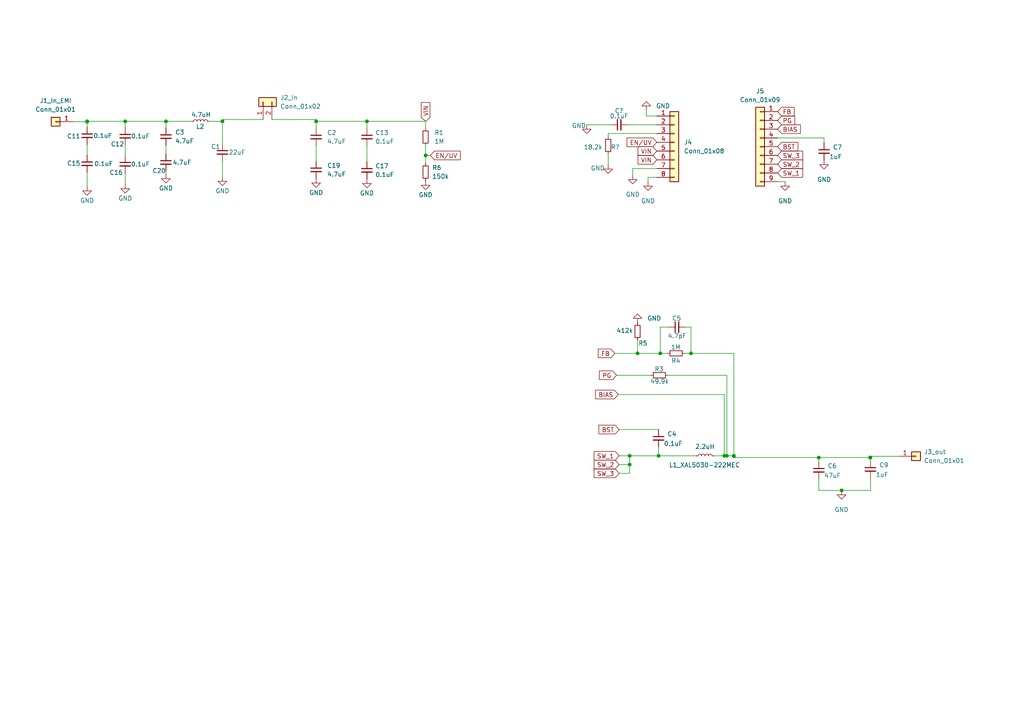
<source format=kicad_sch>
(kicad_sch (version 20211123) (generator eeschema)

  (uuid ed279d1e-60eb-4686-943f-8ac44d4a4c93)

  (paper "A4")

  (lib_symbols
    (symbol "Connector_Generic:Conn_01x01" (pin_names (offset 1.016) hide) (in_bom yes) (on_board yes)
      (property "Reference" "J" (id 0) (at 0 2.54 0)
        (effects (font (size 1.27 1.27)))
      )
      (property "Value" "Conn_01x01" (id 1) (at 0 -2.54 0)
        (effects (font (size 1.27 1.27)))
      )
      (property "Footprint" "" (id 2) (at 0 0 0)
        (effects (font (size 1.27 1.27)) hide)
      )
      (property "Datasheet" "~" (id 3) (at 0 0 0)
        (effects (font (size 1.27 1.27)) hide)
      )
      (property "ki_keywords" "connector" (id 4) (at 0 0 0)
        (effects (font (size 1.27 1.27)) hide)
      )
      (property "ki_description" "Generic connector, single row, 01x01, script generated (kicad-library-utils/schlib/autogen/connector/)" (id 5) (at 0 0 0)
        (effects (font (size 1.27 1.27)) hide)
      )
      (property "ki_fp_filters" "Connector*:*_1x??_*" (id 6) (at 0 0 0)
        (effects (font (size 1.27 1.27)) hide)
      )
      (symbol "Conn_01x01_1_1"
        (rectangle (start -1.27 0.127) (end 0 -0.127)
          (stroke (width 0.1524) (type default) (color 0 0 0 0))
          (fill (type none))
        )
        (rectangle (start -1.27 1.27) (end 1.27 -1.27)
          (stroke (width 0.254) (type default) (color 0 0 0 0))
          (fill (type background))
        )
        (pin passive line (at -5.08 0 0) (length 3.81)
          (name "Pin_1" (effects (font (size 1.27 1.27))))
          (number "1" (effects (font (size 1.27 1.27))))
        )
      )
    )
    (symbol "Connector_Generic:Conn_01x02" (pin_names (offset 1.016) hide) (in_bom yes) (on_board yes)
      (property "Reference" "J" (id 0) (at 0 2.54 0)
        (effects (font (size 1.27 1.27)))
      )
      (property "Value" "Conn_01x02" (id 1) (at 0 -5.08 0)
        (effects (font (size 1.27 1.27)))
      )
      (property "Footprint" "" (id 2) (at 0 0 0)
        (effects (font (size 1.27 1.27)) hide)
      )
      (property "Datasheet" "~" (id 3) (at 0 0 0)
        (effects (font (size 1.27 1.27)) hide)
      )
      (property "ki_keywords" "connector" (id 4) (at 0 0 0)
        (effects (font (size 1.27 1.27)) hide)
      )
      (property "ki_description" "Generic connector, single row, 01x02, script generated (kicad-library-utils/schlib/autogen/connector/)" (id 5) (at 0 0 0)
        (effects (font (size 1.27 1.27)) hide)
      )
      (property "ki_fp_filters" "Connector*:*_1x??_*" (id 6) (at 0 0 0)
        (effects (font (size 1.27 1.27)) hide)
      )
      (symbol "Conn_01x02_1_1"
        (rectangle (start -1.27 -2.413) (end 0 -2.667)
          (stroke (width 0.1524) (type default) (color 0 0 0 0))
          (fill (type none))
        )
        (rectangle (start -1.27 0.127) (end 0 -0.127)
          (stroke (width 0.1524) (type default) (color 0 0 0 0))
          (fill (type none))
        )
        (rectangle (start -1.27 1.27) (end 1.27 -3.81)
          (stroke (width 0.254) (type default) (color 0 0 0 0))
          (fill (type background))
        )
        (pin passive line (at -5.08 0 0) (length 3.81)
          (name "Pin_1" (effects (font (size 1.27 1.27))))
          (number "1" (effects (font (size 1.27 1.27))))
        )
        (pin passive line (at -5.08 -2.54 0) (length 3.81)
          (name "Pin_2" (effects (font (size 1.27 1.27))))
          (number "2" (effects (font (size 1.27 1.27))))
        )
      )
    )
    (symbol "Connector_Generic:Conn_01x08" (pin_names (offset 1.016) hide) (in_bom yes) (on_board yes)
      (property "Reference" "J" (id 0) (at 0 10.16 0)
        (effects (font (size 1.27 1.27)))
      )
      (property "Value" "Conn_01x08" (id 1) (at 0 -12.7 0)
        (effects (font (size 1.27 1.27)))
      )
      (property "Footprint" "" (id 2) (at 0 0 0)
        (effects (font (size 1.27 1.27)) hide)
      )
      (property "Datasheet" "~" (id 3) (at 0 0 0)
        (effects (font (size 1.27 1.27)) hide)
      )
      (property "ki_keywords" "connector" (id 4) (at 0 0 0)
        (effects (font (size 1.27 1.27)) hide)
      )
      (property "ki_description" "Generic connector, single row, 01x08, script generated (kicad-library-utils/schlib/autogen/connector/)" (id 5) (at 0 0 0)
        (effects (font (size 1.27 1.27)) hide)
      )
      (property "ki_fp_filters" "Connector*:*_1x??_*" (id 6) (at 0 0 0)
        (effects (font (size 1.27 1.27)) hide)
      )
      (symbol "Conn_01x08_1_1"
        (rectangle (start -1.27 -10.033) (end 0 -10.287)
          (stroke (width 0.1524) (type default) (color 0 0 0 0))
          (fill (type none))
        )
        (rectangle (start -1.27 -7.493) (end 0 -7.747)
          (stroke (width 0.1524) (type default) (color 0 0 0 0))
          (fill (type none))
        )
        (rectangle (start -1.27 -4.953) (end 0 -5.207)
          (stroke (width 0.1524) (type default) (color 0 0 0 0))
          (fill (type none))
        )
        (rectangle (start -1.27 -2.413) (end 0 -2.667)
          (stroke (width 0.1524) (type default) (color 0 0 0 0))
          (fill (type none))
        )
        (rectangle (start -1.27 0.127) (end 0 -0.127)
          (stroke (width 0.1524) (type default) (color 0 0 0 0))
          (fill (type none))
        )
        (rectangle (start -1.27 2.667) (end 0 2.413)
          (stroke (width 0.1524) (type default) (color 0 0 0 0))
          (fill (type none))
        )
        (rectangle (start -1.27 5.207) (end 0 4.953)
          (stroke (width 0.1524) (type default) (color 0 0 0 0))
          (fill (type none))
        )
        (rectangle (start -1.27 7.747) (end 0 7.493)
          (stroke (width 0.1524) (type default) (color 0 0 0 0))
          (fill (type none))
        )
        (rectangle (start -1.27 8.89) (end 1.27 -11.43)
          (stroke (width 0.254) (type default) (color 0 0 0 0))
          (fill (type background))
        )
        (pin passive line (at -5.08 7.62 0) (length 3.81)
          (name "Pin_1" (effects (font (size 1.27 1.27))))
          (number "1" (effects (font (size 1.27 1.27))))
        )
        (pin passive line (at -5.08 5.08 0) (length 3.81)
          (name "Pin_2" (effects (font (size 1.27 1.27))))
          (number "2" (effects (font (size 1.27 1.27))))
        )
        (pin passive line (at -5.08 2.54 0) (length 3.81)
          (name "Pin_3" (effects (font (size 1.27 1.27))))
          (number "3" (effects (font (size 1.27 1.27))))
        )
        (pin passive line (at -5.08 0 0) (length 3.81)
          (name "Pin_4" (effects (font (size 1.27 1.27))))
          (number "4" (effects (font (size 1.27 1.27))))
        )
        (pin passive line (at -5.08 -2.54 0) (length 3.81)
          (name "Pin_5" (effects (font (size 1.27 1.27))))
          (number "5" (effects (font (size 1.27 1.27))))
        )
        (pin passive line (at -5.08 -5.08 0) (length 3.81)
          (name "Pin_6" (effects (font (size 1.27 1.27))))
          (number "6" (effects (font (size 1.27 1.27))))
        )
        (pin passive line (at -5.08 -7.62 0) (length 3.81)
          (name "Pin_7" (effects (font (size 1.27 1.27))))
          (number "7" (effects (font (size 1.27 1.27))))
        )
        (pin passive line (at -5.08 -10.16 0) (length 3.81)
          (name "Pin_8" (effects (font (size 1.27 1.27))))
          (number "8" (effects (font (size 1.27 1.27))))
        )
      )
    )
    (symbol "Connector_Generic:Conn_01x09" (pin_names (offset 1.016) hide) (in_bom yes) (on_board yes)
      (property "Reference" "J" (id 0) (at 0 12.7 0)
        (effects (font (size 1.27 1.27)))
      )
      (property "Value" "Conn_01x09" (id 1) (at 0 -12.7 0)
        (effects (font (size 1.27 1.27)))
      )
      (property "Footprint" "" (id 2) (at 0 0 0)
        (effects (font (size 1.27 1.27)) hide)
      )
      (property "Datasheet" "~" (id 3) (at 0 0 0)
        (effects (font (size 1.27 1.27)) hide)
      )
      (property "ki_keywords" "connector" (id 4) (at 0 0 0)
        (effects (font (size 1.27 1.27)) hide)
      )
      (property "ki_description" "Generic connector, single row, 01x09, script generated (kicad-library-utils/schlib/autogen/connector/)" (id 5) (at 0 0 0)
        (effects (font (size 1.27 1.27)) hide)
      )
      (property "ki_fp_filters" "Connector*:*_1x??_*" (id 6) (at 0 0 0)
        (effects (font (size 1.27 1.27)) hide)
      )
      (symbol "Conn_01x09_1_1"
        (rectangle (start -1.27 -10.033) (end 0 -10.287)
          (stroke (width 0.1524) (type default) (color 0 0 0 0))
          (fill (type none))
        )
        (rectangle (start -1.27 -7.493) (end 0 -7.747)
          (stroke (width 0.1524) (type default) (color 0 0 0 0))
          (fill (type none))
        )
        (rectangle (start -1.27 -4.953) (end 0 -5.207)
          (stroke (width 0.1524) (type default) (color 0 0 0 0))
          (fill (type none))
        )
        (rectangle (start -1.27 -2.413) (end 0 -2.667)
          (stroke (width 0.1524) (type default) (color 0 0 0 0))
          (fill (type none))
        )
        (rectangle (start -1.27 0.127) (end 0 -0.127)
          (stroke (width 0.1524) (type default) (color 0 0 0 0))
          (fill (type none))
        )
        (rectangle (start -1.27 2.667) (end 0 2.413)
          (stroke (width 0.1524) (type default) (color 0 0 0 0))
          (fill (type none))
        )
        (rectangle (start -1.27 5.207) (end 0 4.953)
          (stroke (width 0.1524) (type default) (color 0 0 0 0))
          (fill (type none))
        )
        (rectangle (start -1.27 7.747) (end 0 7.493)
          (stroke (width 0.1524) (type default) (color 0 0 0 0))
          (fill (type none))
        )
        (rectangle (start -1.27 10.287) (end 0 10.033)
          (stroke (width 0.1524) (type default) (color 0 0 0 0))
          (fill (type none))
        )
        (rectangle (start -1.27 11.43) (end 1.27 -11.43)
          (stroke (width 0.254) (type default) (color 0 0 0 0))
          (fill (type background))
        )
        (pin passive line (at -5.08 10.16 0) (length 3.81)
          (name "Pin_1" (effects (font (size 1.27 1.27))))
          (number "1" (effects (font (size 1.27 1.27))))
        )
        (pin passive line (at -5.08 7.62 0) (length 3.81)
          (name "Pin_2" (effects (font (size 1.27 1.27))))
          (number "2" (effects (font (size 1.27 1.27))))
        )
        (pin passive line (at -5.08 5.08 0) (length 3.81)
          (name "Pin_3" (effects (font (size 1.27 1.27))))
          (number "3" (effects (font (size 1.27 1.27))))
        )
        (pin passive line (at -5.08 2.54 0) (length 3.81)
          (name "Pin_4" (effects (font (size 1.27 1.27))))
          (number "4" (effects (font (size 1.27 1.27))))
        )
        (pin passive line (at -5.08 0 0) (length 3.81)
          (name "Pin_5" (effects (font (size 1.27 1.27))))
          (number "5" (effects (font (size 1.27 1.27))))
        )
        (pin passive line (at -5.08 -2.54 0) (length 3.81)
          (name "Pin_6" (effects (font (size 1.27 1.27))))
          (number "6" (effects (font (size 1.27 1.27))))
        )
        (pin passive line (at -5.08 -5.08 0) (length 3.81)
          (name "Pin_7" (effects (font (size 1.27 1.27))))
          (number "7" (effects (font (size 1.27 1.27))))
        )
        (pin passive line (at -5.08 -7.62 0) (length 3.81)
          (name "Pin_8" (effects (font (size 1.27 1.27))))
          (number "8" (effects (font (size 1.27 1.27))))
        )
        (pin passive line (at -5.08 -10.16 0) (length 3.81)
          (name "Pin_9" (effects (font (size 1.27 1.27))))
          (number "9" (effects (font (size 1.27 1.27))))
        )
      )
    )
    (symbol "Device:C_Small" (pin_numbers hide) (pin_names (offset 0.254) hide) (in_bom yes) (on_board yes)
      (property "Reference" "C" (id 0) (at 0.254 1.778 0)
        (effects (font (size 1.27 1.27)) (justify left))
      )
      (property "Value" "C_Small" (id 1) (at 0.254 -2.032 0)
        (effects (font (size 1.27 1.27)) (justify left))
      )
      (property "Footprint" "" (id 2) (at 0 0 0)
        (effects (font (size 1.27 1.27)) hide)
      )
      (property "Datasheet" "~" (id 3) (at 0 0 0)
        (effects (font (size 1.27 1.27)) hide)
      )
      (property "ki_keywords" "capacitor cap" (id 4) (at 0 0 0)
        (effects (font (size 1.27 1.27)) hide)
      )
      (property "ki_description" "Unpolarized capacitor, small symbol" (id 5) (at 0 0 0)
        (effects (font (size 1.27 1.27)) hide)
      )
      (property "ki_fp_filters" "C_*" (id 6) (at 0 0 0)
        (effects (font (size 1.27 1.27)) hide)
      )
      (symbol "C_Small_0_1"
        (polyline
          (pts
            (xy -1.524 -0.508)
            (xy 1.524 -0.508)
          )
          (stroke (width 0.3302) (type default) (color 0 0 0 0))
          (fill (type none))
        )
        (polyline
          (pts
            (xy -1.524 0.508)
            (xy 1.524 0.508)
          )
          (stroke (width 0.3048) (type default) (color 0 0 0 0))
          (fill (type none))
        )
      )
      (symbol "C_Small_1_1"
        (pin passive line (at 0 2.54 270) (length 2.032)
          (name "~" (effects (font (size 1.27 1.27))))
          (number "1" (effects (font (size 1.27 1.27))))
        )
        (pin passive line (at 0 -2.54 90) (length 2.032)
          (name "~" (effects (font (size 1.27 1.27))))
          (number "2" (effects (font (size 1.27 1.27))))
        )
      )
    )
    (symbol "Device:L_Small" (pin_numbers hide) (pin_names (offset 0.254) hide) (in_bom yes) (on_board yes)
      (property "Reference" "L" (id 0) (at 0.762 1.016 0)
        (effects (font (size 1.27 1.27)) (justify left))
      )
      (property "Value" "L_Small" (id 1) (at 0.762 -1.016 0)
        (effects (font (size 1.27 1.27)) (justify left))
      )
      (property "Footprint" "" (id 2) (at 0 0 0)
        (effects (font (size 1.27 1.27)) hide)
      )
      (property "Datasheet" "~" (id 3) (at 0 0 0)
        (effects (font (size 1.27 1.27)) hide)
      )
      (property "ki_keywords" "inductor choke coil reactor magnetic" (id 4) (at 0 0 0)
        (effects (font (size 1.27 1.27)) hide)
      )
      (property "ki_description" "Inductor, small symbol" (id 5) (at 0 0 0)
        (effects (font (size 1.27 1.27)) hide)
      )
      (property "ki_fp_filters" "Choke_* *Coil* Inductor_* L_*" (id 6) (at 0 0 0)
        (effects (font (size 1.27 1.27)) hide)
      )
      (symbol "L_Small_0_1"
        (arc (start 0 -2.032) (mid 0.508 -1.524) (end 0 -1.016)
          (stroke (width 0) (type default) (color 0 0 0 0))
          (fill (type none))
        )
        (arc (start 0 -1.016) (mid 0.508 -0.508) (end 0 0)
          (stroke (width 0) (type default) (color 0 0 0 0))
          (fill (type none))
        )
        (arc (start 0 0) (mid 0.508 0.508) (end 0 1.016)
          (stroke (width 0) (type default) (color 0 0 0 0))
          (fill (type none))
        )
        (arc (start 0 1.016) (mid 0.508 1.524) (end 0 2.032)
          (stroke (width 0) (type default) (color 0 0 0 0))
          (fill (type none))
        )
      )
      (symbol "L_Small_1_1"
        (pin passive line (at 0 2.54 270) (length 0.508)
          (name "~" (effects (font (size 1.27 1.27))))
          (number "1" (effects (font (size 1.27 1.27))))
        )
        (pin passive line (at 0 -2.54 90) (length 0.508)
          (name "~" (effects (font (size 1.27 1.27))))
          (number "2" (effects (font (size 1.27 1.27))))
        )
      )
    )
    (symbol "Device:R_Small" (pin_numbers hide) (pin_names (offset 0.254) hide) (in_bom yes) (on_board yes)
      (property "Reference" "R" (id 0) (at 0.762 0.508 0)
        (effects (font (size 1.27 1.27)) (justify left))
      )
      (property "Value" "R_Small" (id 1) (at 0.762 -1.016 0)
        (effects (font (size 1.27 1.27)) (justify left))
      )
      (property "Footprint" "" (id 2) (at 0 0 0)
        (effects (font (size 1.27 1.27)) hide)
      )
      (property "Datasheet" "~" (id 3) (at 0 0 0)
        (effects (font (size 1.27 1.27)) hide)
      )
      (property "ki_keywords" "R resistor" (id 4) (at 0 0 0)
        (effects (font (size 1.27 1.27)) hide)
      )
      (property "ki_description" "Resistor, small symbol" (id 5) (at 0 0 0)
        (effects (font (size 1.27 1.27)) hide)
      )
      (property "ki_fp_filters" "R_*" (id 6) (at 0 0 0)
        (effects (font (size 1.27 1.27)) hide)
      )
      (symbol "R_Small_0_1"
        (rectangle (start -0.762 1.778) (end 0.762 -1.778)
          (stroke (width 0.2032) (type default) (color 0 0 0 0))
          (fill (type none))
        )
      )
      (symbol "R_Small_1_1"
        (pin passive line (at 0 2.54 270) (length 0.762)
          (name "~" (effects (font (size 1.27 1.27))))
          (number "1" (effects (font (size 1.27 1.27))))
        )
        (pin passive line (at 0 -2.54 90) (length 0.762)
          (name "~" (effects (font (size 1.27 1.27))))
          (number "2" (effects (font (size 1.27 1.27))))
        )
      )
    )
    (symbol "power:GND" (power) (pin_names (offset 0)) (in_bom yes) (on_board yes)
      (property "Reference" "#PWR" (id 0) (at 0 -6.35 0)
        (effects (font (size 1.27 1.27)) hide)
      )
      (property "Value" "GND" (id 1) (at 0 -3.81 0)
        (effects (font (size 1.27 1.27)))
      )
      (property "Footprint" "" (id 2) (at 0 0 0)
        (effects (font (size 1.27 1.27)) hide)
      )
      (property "Datasheet" "" (id 3) (at 0 0 0)
        (effects (font (size 1.27 1.27)) hide)
      )
      (property "ki_keywords" "power-flag" (id 4) (at 0 0 0)
        (effects (font (size 1.27 1.27)) hide)
      )
      (property "ki_description" "Power symbol creates a global label with name \"GND\" , ground" (id 5) (at 0 0 0)
        (effects (font (size 1.27 1.27)) hide)
      )
      (symbol "GND_0_1"
        (polyline
          (pts
            (xy 0 0)
            (xy 0 -1.27)
            (xy 1.27 -1.27)
            (xy 0 -2.54)
            (xy -1.27 -1.27)
            (xy 0 -1.27)
          )
          (stroke (width 0) (type default) (color 0 0 0 0))
          (fill (type none))
        )
      )
      (symbol "GND_1_1"
        (pin power_in line (at 0 0 270) (length 0) hide
          (name "GND" (effects (font (size 1.27 1.27))))
          (number "1" (effects (font (size 1.27 1.27))))
        )
      )
    )
  )


  (junction (at 252.349 132.715) (diameter 0) (color 0 0 0 0)
    (uuid 006b7e87-3159-4b13-8c76-5054ed2ba14c)
  )
  (junction (at 182.626 132.207) (diameter 0) (color 0 0 0 0)
    (uuid 1d4421ea-15fa-4a37-86fe-6edabe862df0)
  )
  (junction (at 191.516 102.489) (diameter 0) (color 0 0 0 0)
    (uuid 243b09e3-a567-4e1a-8585-0c4feb76b9cb)
  )
  (junction (at 64.516 35.179) (diameter 0) (color 0 0 0 0)
    (uuid 25614cba-7c83-462d-8ea4-28eca9e3fbdc)
  )
  (junction (at 244.094 142.24) (diameter 0) (color 0 0 0 0)
    (uuid 25ee490d-c39d-413b-9dda-ffe4821620db)
  )
  (junction (at 182.626 134.747) (diameter 0) (color 0 0 0 0)
    (uuid 287c5a09-6866-43db-94af-b2cc49397376)
  )
  (junction (at 212.852 132.207) (diameter 0) (color 0 0 0 0)
    (uuid 3429a223-ebbc-4d71-8dc3-b3175a055b6c)
  )
  (junction (at 252.476 132.715) (diameter 0) (color 0 0 0 0)
    (uuid 5af4fd86-d3b2-4d0b-9b9d-7beb6b339216)
  )
  (junction (at 184.912 102.489) (diameter 0) (color 0 0 0 0)
    (uuid 67b6562a-7d97-4461-83cb-a14364172a8e)
  )
  (junction (at 210.82 132.207) (diameter 0) (color 0 0 0 0)
    (uuid 78de4a8a-bc9b-4924-beca-0c66e3c16793)
  )
  (junction (at 210.058 132.207) (diameter 0) (color 0 0 0 0)
    (uuid 85dfb0ef-8099-4c1e-9631-396fb11d9506)
  )
  (junction (at 123.444 45.085) (diameter 0) (color 0 0 0 0)
    (uuid 8f4758a5-b74a-453c-8bb2-0ba5aa90364b)
  )
  (junction (at 25.273 35.179) (diameter 0) (color 0 0 0 0)
    (uuid 90ee18b6-91c9-4598-823b-b1a08cf74e02)
  )
  (junction (at 48.133 35.179) (diameter 0) (color 0 0 0 0)
    (uuid 9d0a68f1-7cdb-401d-be21-c00a82557070)
  )
  (junction (at 36.322 35.179) (diameter 0) (color 0 0 0 0)
    (uuid aa6d4ce1-5358-4d6d-8c16-f85ef15ef6be)
  )
  (junction (at 91.694 35.179) (diameter 0) (color 0 0 0 0)
    (uuid c0e3e298-169e-4f26-bbfb-d9a177745288)
  )
  (junction (at 25.273 35.306) (diameter 0) (color 0 0 0 0)
    (uuid c6794e35-298e-4f81-8b2e-ef59152eefeb)
  )
  (junction (at 106.426 35.179) (diameter 0) (color 0 0 0 0)
    (uuid dba92bea-2bb7-4aa7-8f1f-07de715ca229)
  )
  (junction (at 212.852 132.334) (diameter 0) (color 0 0 0 0)
    (uuid e28b247a-3fb4-43e6-8c83-a78e6f37f551)
  )
  (junction (at 191.008 132.207) (diameter 0) (color 0 0 0 0)
    (uuid e52654e7-554c-4d85-aa5d-d50c4b94110a)
  )
  (junction (at 200.406 102.489) (diameter 0) (color 0 0 0 0)
    (uuid e5400e99-ff7a-4385-bfe2-6267ecfd787d)
  )
  (junction (at 237.49 132.715) (diameter 0) (color 0 0 0 0)
    (uuid e806376b-2c0a-48a9-975b-6ade0b95c049)
  )

  (wire (pts (xy 179.324 114.427) (xy 210.058 114.427))
    (stroke (width 0) (type default) (color 0 0 0 0))
    (uuid 000ac4a3-aeef-41be-b7e0-fc53a0b80ea7)
  )
  (wire (pts (xy 179.578 137.287) (xy 182.626 137.287))
    (stroke (width 0) (type default) (color 0 0 0 0))
    (uuid 0aacd996-c08c-473b-9f91-e1aa49d91b51)
  )
  (wire (pts (xy 200.406 94.869) (xy 200.406 102.489))
    (stroke (width 0) (type default) (color 0 0 0 0))
    (uuid 0eefabd7-0cb0-4f56-b811-0b030b0c813b)
  )
  (wire (pts (xy 36.322 50.165) (xy 36.322 53.467))
    (stroke (width 0) (type default) (color 0 0 0 0))
    (uuid 1445aea6-76a7-4af9-bb34-698393665257)
  )
  (wire (pts (xy 178.816 108.839) (xy 188.722 108.839))
    (stroke (width 0) (type default) (color 0 0 0 0))
    (uuid 19e68c3f-f36f-4c53-b1fb-109d8a939241)
  )
  (wire (pts (xy 260.604 132.334) (xy 252.349 132.334))
    (stroke (width 0) (type default) (color 0 0 0 0))
    (uuid 1e10ef00-1ffa-4c0d-9170-361a5671b6a4)
  )
  (wire (pts (xy 212.852 132.715) (xy 237.49 132.715))
    (stroke (width 0) (type default) (color 0 0 0 0))
    (uuid 296cdd80-3e1f-4979-ba0f-77674886aeac)
  )
  (wire (pts (xy 187.452 33.655) (xy 187.452 32.004))
    (stroke (width 0) (type default) (color 0 0 0 0))
    (uuid 2c1f2919-2097-4169-bc66-3f54c9d0719d)
  )
  (wire (pts (xy 225.552 52.705) (xy 227.711 52.705))
    (stroke (width 0) (type default) (color 0 0 0 0))
    (uuid 30d77d32-c629-46b3-bb1a-fd066453d8d5)
  )
  (wire (pts (xy 36.322 42.037) (xy 36.322 45.085))
    (stroke (width 0) (type default) (color 0 0 0 0))
    (uuid 31127be4-9964-4635-a2f0-9472116ef4fe)
  )
  (wire (pts (xy 64.516 46.736) (xy 64.516 51.308))
    (stroke (width 0) (type default) (color 0 0 0 0))
    (uuid 32bcc731-3f70-4b12-a28e-97501b25fe86)
  )
  (wire (pts (xy 183.515 50.8) (xy 183.515 48.895))
    (stroke (width 0) (type default) (color 0 0 0 0))
    (uuid 334af782-e29e-46b4-9824-7b16368ce74f)
  )
  (wire (pts (xy 237.49 132.715) (xy 252.349 132.715))
    (stroke (width 0) (type default) (color 0 0 0 0))
    (uuid 34ab8959-fbe3-486f-b665-21a1793d6666)
  )
  (wire (pts (xy 123.444 42.291) (xy 123.444 45.085))
    (stroke (width 0) (type default) (color 0 0 0 0))
    (uuid 35152a9e-e6a7-4e05-b469-2091040818dd)
  )
  (wire (pts (xy 212.852 132.715) (xy 212.852 132.334))
    (stroke (width 0) (type default) (color 0 0 0 0))
    (uuid 374271c7-799a-4c40-a3a7-6dd8100e8c8f)
  )
  (wire (pts (xy 183.515 48.895) (xy 190.5 48.895))
    (stroke (width 0) (type default) (color 0 0 0 0))
    (uuid 3aedc86d-c459-40f1-91c1-53e954d9beaa)
  )
  (wire (pts (xy 176.403 38.735) (xy 190.5 38.735))
    (stroke (width 0) (type default) (color 0 0 0 0))
    (uuid 3b9bd843-831e-4c94-b4cc-812a1dc421ab)
  )
  (wire (pts (xy 252.476 138.684) (xy 252.476 142.24))
    (stroke (width 0) (type default) (color 0 0 0 0))
    (uuid 3eb2bd35-18ae-4f66-8575-35bed4103a58)
  )
  (wire (pts (xy 184.912 102.489) (xy 184.912 98.679))
    (stroke (width 0) (type default) (color 0 0 0 0))
    (uuid 3f7da663-ea79-43fb-8912-e4b11bfc21fe)
  )
  (wire (pts (xy 25.273 36.83) (xy 25.273 35.306))
    (stroke (width 0) (type default) (color 0 0 0 0))
    (uuid 43b361d9-f6c0-4ffd-b40a-0f6737bfb11c)
  )
  (wire (pts (xy 252.476 132.715) (xy 252.476 133.604))
    (stroke (width 0) (type default) (color 0 0 0 0))
    (uuid 45a3ffe6-beae-4bc1-a649-fc29336151b3)
  )
  (wire (pts (xy 210.82 132.207) (xy 212.852 132.207))
    (stroke (width 0) (type default) (color 0 0 0 0))
    (uuid 4d60f31c-2091-4c10-876b-e67204cecc92)
  )
  (wire (pts (xy 182.626 132.207) (xy 182.626 134.747))
    (stroke (width 0) (type default) (color 0 0 0 0))
    (uuid 5086890e-8105-4ff9-a627-ed6fbecc0805)
  )
  (wire (pts (xy 64.516 35.179) (xy 64.516 41.656))
    (stroke (width 0) (type default) (color 0 0 0 0))
    (uuid 51e8162c-43fc-49b6-9425-89296b071b1d)
  )
  (wire (pts (xy 91.694 35.179) (xy 91.694 37.211))
    (stroke (width 0) (type default) (color 0 0 0 0))
    (uuid 51f39393-3954-4b35-9c31-6b4d6947b9ae)
  )
  (wire (pts (xy 78.867 34.671) (xy 91.694 34.671))
    (stroke (width 0) (type default) (color 0 0 0 0))
    (uuid 51f806ee-bfa5-4236-95fb-1aeb17ca9872)
  )
  (wire (pts (xy 48.133 35.179) (xy 55.626 35.179))
    (stroke (width 0) (type default) (color 0 0 0 0))
    (uuid 52ac31df-215e-4a93-ba18-01da1665a23b)
  )
  (wire (pts (xy 106.426 35.179) (xy 106.426 37.211))
    (stroke (width 0) (type default) (color 0 0 0 0))
    (uuid 539d90e5-6f04-419e-8597-77f0d0230451)
  )
  (wire (pts (xy 91.694 35.179) (xy 106.426 35.179))
    (stroke (width 0) (type default) (color 0 0 0 0))
    (uuid 55f933c0-1656-47c5-9271-96880c0f1994)
  )
  (wire (pts (xy 36.322 36.957) (xy 36.322 35.179))
    (stroke (width 0) (type default) (color 0 0 0 0))
    (uuid 5b4db7fe-4916-46aa-a4f7-3e9c7690927e)
  )
  (wire (pts (xy 187.96 51.435) (xy 190.5 51.435))
    (stroke (width 0) (type default) (color 0 0 0 0))
    (uuid 5e78bf43-fc47-4b4f-abf9-b98c212cc614)
  )
  (wire (pts (xy 25.273 35.306) (xy 25.273 35.179))
    (stroke (width 0) (type default) (color 0 0 0 0))
    (uuid 5eaaac06-85a9-4887-85b0-06e7cc12224b)
  )
  (wire (pts (xy 198.882 94.869) (xy 200.406 94.869))
    (stroke (width 0) (type default) (color 0 0 0 0))
    (uuid 61ffea9e-a70e-467b-a24a-e3a56d0941cf)
  )
  (wire (pts (xy 64.516 34.671) (xy 64.516 35.179))
    (stroke (width 0) (type default) (color 0 0 0 0))
    (uuid 76113127-d0fa-4fdf-84e0-21ed7f20f6d1)
  )
  (wire (pts (xy 237.49 142.24) (xy 244.094 142.24))
    (stroke (width 0) (type default) (color 0 0 0 0))
    (uuid 7b3d4c80-b87d-4375-ab95-5faa0b56b85d)
  )
  (wire (pts (xy 210.82 132.207) (xy 210.058 132.207))
    (stroke (width 0) (type default) (color 0 0 0 0))
    (uuid 7e498289-9d23-4b29-9622-ad7f68cbc2a5)
  )
  (wire (pts (xy 179.578 132.207) (xy 182.626 132.207))
    (stroke (width 0) (type default) (color 0 0 0 0))
    (uuid 80b207b8-4ef8-4eda-9e64-bbcb392c41d3)
  )
  (wire (pts (xy 191.008 132.207) (xy 201.93 132.207))
    (stroke (width 0) (type default) (color 0 0 0 0))
    (uuid 84f3946b-4fa6-4d21-ac57-366a7fa438f4)
  )
  (wire (pts (xy 191.516 102.489) (xy 193.548 102.489))
    (stroke (width 0) (type default) (color 0 0 0 0))
    (uuid 8bfa7809-a575-450e-b6a9-5ec70a92e4ba)
  )
  (wire (pts (xy 239.014 41.402) (xy 239.014 40.005))
    (stroke (width 0) (type default) (color 0 0 0 0))
    (uuid 8cf80ebf-b84f-4e0b-8d26-4a61c77d09ea)
  )
  (wire (pts (xy 179.578 124.587) (xy 191.008 124.587))
    (stroke (width 0) (type default) (color 0 0 0 0))
    (uuid 8fbd0e4b-8554-417a-8c68-70c5b0d01fec)
  )
  (wire (pts (xy 91.694 42.291) (xy 91.694 46.736))
    (stroke (width 0) (type default) (color 0 0 0 0))
    (uuid 92e28029-a5a3-4d11-8ae7-c950bfe4e989)
  )
  (wire (pts (xy 182.118 36.195) (xy 190.5 36.195))
    (stroke (width 0) (type default) (color 0 0 0 0))
    (uuid 96b3fb8b-73f1-4a13-bb13-c5044affc800)
  )
  (wire (pts (xy 210.82 108.839) (xy 210.82 132.207))
    (stroke (width 0) (type default) (color 0 0 0 0))
    (uuid 9ad16050-5779-4e91-9ccc-63921ffb1cb1)
  )
  (wire (pts (xy 237.49 138.938) (xy 237.49 142.24))
    (stroke (width 0) (type default) (color 0 0 0 0))
    (uuid 9e0b259c-f3c5-4e00-9d2f-b7e4aa417d74)
  )
  (wire (pts (xy 36.322 35.179) (xy 48.133 35.179))
    (stroke (width 0) (type default) (color 0 0 0 0))
    (uuid 9f586100-cc1b-4462-b63b-0b82ad5f38cc)
  )
  (wire (pts (xy 239.014 40.005) (xy 225.552 40.005))
    (stroke (width 0) (type default) (color 0 0 0 0))
    (uuid a3862935-493f-425a-aa6d-b7b259591166)
  )
  (wire (pts (xy 212.852 102.489) (xy 212.852 132.207))
    (stroke (width 0) (type default) (color 0 0 0 0))
    (uuid a4616165-fac1-4c21-bb85-12ac7e98b99e)
  )
  (wire (pts (xy 48.133 49.657) (xy 48.133 50.546))
    (stroke (width 0) (type default) (color 0 0 0 0))
    (uuid a52d1ac1-fdd5-443d-ac42-b81ab1056ebf)
  )
  (wire (pts (xy 190.5 33.655) (xy 187.452 33.655))
    (stroke (width 0) (type default) (color 0 0 0 0))
    (uuid acda2977-d040-4f06-adeb-6827e49c2c6d)
  )
  (wire (pts (xy 237.49 133.858) (xy 237.49 132.715))
    (stroke (width 0) (type default) (color 0 0 0 0))
    (uuid adcb9b80-ce0c-4fe9-99a2-3c2dc9d25b17)
  )
  (wire (pts (xy 48.133 37.084) (xy 48.133 35.179))
    (stroke (width 0) (type default) (color 0 0 0 0))
    (uuid b0ac3b0c-32fb-4689-8060-7b70ace9e0d7)
  )
  (wire (pts (xy 193.802 108.839) (xy 210.82 108.839))
    (stroke (width 0) (type default) (color 0 0 0 0))
    (uuid b1c30858-808f-4f94-a100-73b901077d96)
  )
  (wire (pts (xy 178.308 102.489) (xy 184.912 102.489))
    (stroke (width 0) (type default) (color 0 0 0 0))
    (uuid b21211fe-8064-49da-aa30-eb36bbe5f0b9)
  )
  (wire (pts (xy 25.273 50.038) (xy 25.273 54.102))
    (stroke (width 0) (type default) (color 0 0 0 0))
    (uuid b2c1b2be-eec3-4036-a330-8c222c9dc720)
  )
  (wire (pts (xy 106.426 35.179) (xy 123.444 35.179))
    (stroke (width 0) (type default) (color 0 0 0 0))
    (uuid b6678f85-ab12-461d-af28-72b5d5f6f4dd)
  )
  (wire (pts (xy 123.444 45.085) (xy 123.444 47.371))
    (stroke (width 0) (type default) (color 0 0 0 0))
    (uuid b7215aac-b044-4885-acb9-29232bc15f6e)
  )
  (wire (pts (xy 21.209 35.306) (xy 25.273 35.306))
    (stroke (width 0) (type default) (color 0 0 0 0))
    (uuid b735ef05-cd60-440b-9c7b-13295794a046)
  )
  (wire (pts (xy 60.706 35.179) (xy 64.516 35.179))
    (stroke (width 0) (type default) (color 0 0 0 0))
    (uuid b944e985-6722-464f-b84b-27461c03d60c)
  )
  (wire (pts (xy 176.403 47.752) (xy 176.403 44.704))
    (stroke (width 0) (type default) (color 0 0 0 0))
    (uuid bb0dba01-42af-47fa-bb25-8cd5588558ed)
  )
  (wire (pts (xy 187.96 52.705) (xy 187.96 51.435))
    (stroke (width 0) (type default) (color 0 0 0 0))
    (uuid c127d88c-ac9c-4adf-abd5-837be1a483ff)
  )
  (wire (pts (xy 184.912 102.489) (xy 191.516 102.489))
    (stroke (width 0) (type default) (color 0 0 0 0))
    (uuid c2118464-69d4-4cc2-9813-4e852ad6e1f3)
  )
  (wire (pts (xy 210.058 114.427) (xy 210.058 132.207))
    (stroke (width 0) (type default) (color 0 0 0 0))
    (uuid c737c936-f892-4901-8d66-625288b52ce8)
  )
  (wire (pts (xy 252.349 132.715) (xy 252.476 132.715))
    (stroke (width 0) (type default) (color 0 0 0 0))
    (uuid cb15b64c-306c-4b41-a53c-ad7dd65b1cf1)
  )
  (wire (pts (xy 170.18 36.195) (xy 177.038 36.195))
    (stroke (width 0) (type default) (color 0 0 0 0))
    (uuid cedb9ec6-d25f-4c0b-b705-f6f191c020b0)
  )
  (wire (pts (xy 191.008 132.207) (xy 182.626 132.207))
    (stroke (width 0) (type default) (color 0 0 0 0))
    (uuid cf032693-819b-490b-950f-4aa9235c5f28)
  )
  (wire (pts (xy 191.516 94.869) (xy 191.516 102.489))
    (stroke (width 0) (type default) (color 0 0 0 0))
    (uuid d2b8cc5d-b374-4dcf-85fd-667a5960f91c)
  )
  (wire (pts (xy 191.008 129.667) (xy 191.008 132.207))
    (stroke (width 0) (type default) (color 0 0 0 0))
    (uuid d6771e4a-b96d-44c1-a935-e35d94cf99a1)
  )
  (wire (pts (xy 123.444 35.179) (xy 123.444 37.211))
    (stroke (width 0) (type default) (color 0 0 0 0))
    (uuid d8a665da-6717-43f7-bf26-76a4024023fa)
  )
  (wire (pts (xy 76.327 34.671) (xy 64.516 34.671))
    (stroke (width 0) (type default) (color 0 0 0 0))
    (uuid db4010e6-55b7-47f9-9fe5-4ea79ab84f57)
  )
  (wire (pts (xy 182.626 137.287) (xy 182.626 134.747))
    (stroke (width 0) (type default) (color 0 0 0 0))
    (uuid db6f6e08-a0a4-431d-b9d0-ae24ad3e50a3)
  )
  (wire (pts (xy 210.058 132.207) (xy 207.01 132.207))
    (stroke (width 0) (type default) (color 0 0 0 0))
    (uuid dff8550d-5949-4d64-9601-7431e151091f)
  )
  (wire (pts (xy 176.403 39.624) (xy 176.403 38.735))
    (stroke (width 0) (type default) (color 0 0 0 0))
    (uuid e205a34c-c1fd-4ab4-a54b-dbc362a28ef9)
  )
  (wire (pts (xy 200.406 102.489) (xy 198.628 102.489))
    (stroke (width 0) (type default) (color 0 0 0 0))
    (uuid e3ca1eb2-2ac6-4a54-916b-44f976195835)
  )
  (wire (pts (xy 244.094 142.24) (xy 252.476 142.24))
    (stroke (width 0) (type default) (color 0 0 0 0))
    (uuid eaaadaee-496c-41dd-b64b-c0220e11a26d)
  )
  (wire (pts (xy 25.273 35.179) (xy 36.322 35.179))
    (stroke (width 0) (type default) (color 0 0 0 0))
    (uuid ec165d52-d4f8-4b5c-8f6d-60d6e789c4dd)
  )
  (wire (pts (xy 25.273 41.91) (xy 25.273 44.958))
    (stroke (width 0) (type default) (color 0 0 0 0))
    (uuid ecd3aaa5-3c83-4fe6-8e4d-64bc51af5f9d)
  )
  (wire (pts (xy 193.802 94.869) (xy 191.516 94.869))
    (stroke (width 0) (type default) (color 0 0 0 0))
    (uuid ef824105-6a72-411a-93e9-417f9e890883)
  )
  (wire (pts (xy 91.694 34.671) (xy 91.694 35.179))
    (stroke (width 0) (type default) (color 0 0 0 0))
    (uuid f1b30f0f-821c-498e-9110-eaa08c302b74)
  )
  (wire (pts (xy 48.133 42.164) (xy 48.133 44.577))
    (stroke (width 0) (type default) (color 0 0 0 0))
    (uuid f1bc5c7b-ed53-41af-8029-aa731b7bfdf5)
  )
  (wire (pts (xy 252.349 132.334) (xy 252.349 132.715))
    (stroke (width 0) (type default) (color 0 0 0 0))
    (uuid f2d62c16-851d-4235-9a83-e95f7ab74f18)
  )
  (wire (pts (xy 200.406 102.489) (xy 212.852 102.489))
    (stroke (width 0) (type default) (color 0 0 0 0))
    (uuid f815905c-6099-45bd-bd38-4c4ab958a285)
  )
  (wire (pts (xy 106.426 42.291) (xy 106.426 46.863))
    (stroke (width 0) (type default) (color 0 0 0 0))
    (uuid f95d3193-1e33-4158-b55d-47ccc8825d39)
  )
  (wire (pts (xy 123.444 45.085) (xy 124.841 45.085))
    (stroke (width 0) (type default) (color 0 0 0 0))
    (uuid fe3021ad-e139-4e85-8371-830ecc0f3d9a)
  )
  (wire (pts (xy 182.626 134.747) (xy 179.578 134.747))
    (stroke (width 0) (type default) (color 0 0 0 0))
    (uuid fedd039c-8b68-4f63-b847-32f78fb70380)
  )

  (global_label "PG" (shape input) (at 225.552 34.925 0) (fields_autoplaced)
    (effects (font (size 1.27 1.27)) (justify left))
    (uuid 0c6e88cc-07d7-4af9-8401-e59b46c93228)
    (property "Intersheet References" "${INTERSHEET_REFS}" (id 0) (at 230.5051 34.8456 0)
      (effects (font (size 1.27 1.27)) (justify left) hide)
    )
  )
  (global_label "SW_2" (shape input) (at 225.552 47.625 0) (fields_autoplaced)
    (effects (font (size 1.27 1.27)) (justify left))
    (uuid 1244a8ab-d837-406a-89f5-c01d8880b4fd)
    (property "Intersheet References" "${INTERSHEET_REFS}" (id 0) (at 232.8032 47.5456 0)
      (effects (font (size 1.27 1.27)) (justify left) hide)
    )
  )
  (global_label "VIN" (shape input) (at 123.444 35.179 90) (fields_autoplaced)
    (effects (font (size 1.27 1.27)) (justify left))
    (uuid 196af077-6ee8-4b66-9070-62e2eb22d98a)
    (property "Intersheet References" "${INTERSHEET_REFS}" (id 0) (at 123.5234 29.7421 90)
      (effects (font (size 1.27 1.27)) (justify left) hide)
    )
  )
  (global_label "VIN" (shape input) (at 190.5 46.355 180) (fields_autoplaced)
    (effects (font (size 1.27 1.27)) (justify right))
    (uuid 31e96a21-52ec-47b2-9374-5659d68b13b7)
    (property "Intersheet References" "${INTERSHEET_REFS}" (id 0) (at 185.0631 46.2756 0)
      (effects (font (size 1.27 1.27)) (justify right) hide)
    )
  )
  (global_label "FB" (shape input) (at 178.308 102.489 180) (fields_autoplaced)
    (effects (font (size 1.27 1.27)) (justify right))
    (uuid 4e35a998-6feb-4737-9a0e-4af6ce41f649)
    (property "Intersheet References" "${INTERSHEET_REFS}" (id 0) (at 173.5363 102.5684 0)
      (effects (font (size 1.27 1.27)) (justify right) hide)
    )
  )
  (global_label "SW_3" (shape input) (at 225.552 45.085 0) (fields_autoplaced)
    (effects (font (size 1.27 1.27)) (justify left))
    (uuid 4e6ee029-c708-493b-8e64-42afc4c79022)
    (property "Intersheet References" "${INTERSHEET_REFS}" (id 0) (at 232.8032 45.0056 0)
      (effects (font (size 1.27 1.27)) (justify left) hide)
    )
  )
  (global_label "EN{slash}UV" (shape input) (at 190.5 41.275 180) (fields_autoplaced)
    (effects (font (size 1.27 1.27)) (justify right))
    (uuid 531a320f-0fc7-4d25-a6aa-0f490bf8f8c3)
    (property "Intersheet References" "${INTERSHEET_REFS}" (id 0) (at 181.8579 41.1956 0)
      (effects (font (size 1.27 1.27)) (justify right) hide)
    )
  )
  (global_label "SW_1" (shape input) (at 225.552 50.165 0) (fields_autoplaced)
    (effects (font (size 1.27 1.27)) (justify left))
    (uuid 61b62300-d61d-4a71-a913-1ae238361ccb)
    (property "Intersheet References" "${INTERSHEET_REFS}" (id 0) (at 232.8032 50.0856 0)
      (effects (font (size 1.27 1.27)) (justify left) hide)
    )
  )
  (global_label "BIAS" (shape input) (at 225.552 37.465 0) (fields_autoplaced)
    (effects (font (size 1.27 1.27)) (justify left))
    (uuid 750d178a-43f5-469f-8619-debfe6cf76a4)
    (property "Intersheet References" "${INTERSHEET_REFS}" (id 0) (at 232.138 37.3856 0)
      (effects (font (size 1.27 1.27)) (justify left) hide)
    )
  )
  (global_label "PG" (shape input) (at 178.816 108.839 180) (fields_autoplaced)
    (effects (font (size 1.27 1.27)) (justify right))
    (uuid 760cf532-b145-4f2e-88b6-40179ba17224)
    (property "Intersheet References" "${INTERSHEET_REFS}" (id 0) (at 173.8629 108.9184 0)
      (effects (font (size 1.27 1.27)) (justify right) hide)
    )
  )
  (global_label "SW_3" (shape input) (at 179.578 137.287 180) (fields_autoplaced)
    (effects (font (size 1.27 1.27)) (justify right))
    (uuid 7a35391a-a106-483b-84d2-e9c62fff1369)
    (property "Intersheet References" "${INTERSHEET_REFS}" (id 0) (at 172.3268 137.3664 0)
      (effects (font (size 1.27 1.27)) (justify right) hide)
    )
  )
  (global_label "FB" (shape input) (at 225.552 32.385 0) (fields_autoplaced)
    (effects (font (size 1.27 1.27)) (justify left))
    (uuid 7d9a4307-325e-4f0c-8f54-05b2004665cd)
    (property "Intersheet References" "${INTERSHEET_REFS}" (id 0) (at 230.3237 32.3056 0)
      (effects (font (size 1.27 1.27)) (justify left) hide)
    )
  )
  (global_label "SW_1" (shape input) (at 179.578 132.207 180) (fields_autoplaced)
    (effects (font (size 1.27 1.27)) (justify right))
    (uuid 7ee9fa08-1d81-4e12-b904-59c668d24610)
    (property "Intersheet References" "${INTERSHEET_REFS}" (id 0) (at 172.3268 132.2864 0)
      (effects (font (size 1.27 1.27)) (justify right) hide)
    )
  )
  (global_label "SW_2" (shape input) (at 179.578 134.747 180) (fields_autoplaced)
    (effects (font (size 1.27 1.27)) (justify right))
    (uuid 83528736-7de5-4808-83ee-e82d70bb66e6)
    (property "Intersheet References" "${INTERSHEET_REFS}" (id 0) (at 172.3268 134.8264 0)
      (effects (font (size 1.27 1.27)) (justify right) hide)
    )
  )
  (global_label "BST" (shape input) (at 225.552 42.545 0) (fields_autoplaced)
    (effects (font (size 1.27 1.27)) (justify left))
    (uuid 9d30336b-501a-4449-9fd2-21ff59eb0be6)
    (property "Intersheet References" "${INTERSHEET_REFS}" (id 0) (at 231.4122 42.4656 0)
      (effects (font (size 1.27 1.27)) (justify left) hide)
    )
  )
  (global_label "BIAS" (shape input) (at 179.324 114.427 180) (fields_autoplaced)
    (effects (font (size 1.27 1.27)) (justify right))
    (uuid c77ef4b5-e276-4daf-8834-7fb1d154c5fa)
    (property "Intersheet References" "${INTERSHEET_REFS}" (id 0) (at 172.738 114.5064 0)
      (effects (font (size 1.27 1.27)) (justify right) hide)
    )
  )
  (global_label "EN{slash}UV" (shape input) (at 124.841 45.085 0) (fields_autoplaced)
    (effects (font (size 1.27 1.27)) (justify left))
    (uuid dab71149-7bb7-4cbf-9210-189fe1c0b08b)
    (property "Intersheet References" "${INTERSHEET_REFS}" (id 0) (at 133.4831 45.1644 0)
      (effects (font (size 1.27 1.27)) (justify left) hide)
    )
  )
  (global_label "VIN" (shape input) (at 190.5 43.815 180) (fields_autoplaced)
    (effects (font (size 1.27 1.27)) (justify right))
    (uuid faa6b935-b6ee-43d7-924c-a860246e9470)
    (property "Intersheet References" "${INTERSHEET_REFS}" (id 0) (at 185.0631 43.7356 0)
      (effects (font (size 1.27 1.27)) (justify right) hide)
    )
  )
  (global_label "BST" (shape input) (at 179.578 124.587 180) (fields_autoplaced)
    (effects (font (size 1.27 1.27)) (justify right))
    (uuid fade363e-e1a7-4281-b5f8-adef43706811)
    (property "Intersheet References" "${INTERSHEET_REFS}" (id 0) (at 173.7178 124.6664 0)
      (effects (font (size 1.27 1.27)) (justify right) hide)
    )
  )

  (symbol (lib_id "Connector_Generic:Conn_01x02") (at 76.327 29.591 90) (unit 1)
    (in_bom yes) (on_board yes) (fields_autoplaced)
    (uuid 0290b3c2-f025-405a-a555-49dac33a61d0)
    (property "Reference" "J2_In" (id 0) (at 81.28 28.3209 90)
      (effects (font (size 1.27 1.27)) (justify right))
    )
    (property "Value" "Conn_01x02" (id 1) (at 81.28 30.8609 90)
      (effects (font (size 1.27 1.27)) (justify right))
    )
    (property "Footprint" "Connector_PinHeader_2.54mm:PinHeader_1x02_P2.54mm_Vertical" (id 2) (at 76.327 29.591 0)
      (effects (font (size 1.27 1.27)) hide)
    )
    (property "Datasheet" "~" (id 3) (at 76.327 29.591 0)
      (effects (font (size 1.27 1.27)) hide)
    )
    (pin "1" (uuid 51e9febd-e90e-4315-a0ec-fa5c72ccabf8))
    (pin "2" (uuid 12f2b190-cc09-437f-8850-6b5c2e3382a0))
  )

  (symbol (lib_id "power:GND") (at 25.273 54.102 0) (unit 1)
    (in_bom yes) (on_board yes)
    (uuid 033cdb4a-b923-4464-9e04-0d7f0ab044fd)
    (property "Reference" "#PWR0108" (id 0) (at 25.273 60.452 0)
      (effects (font (size 1.27 1.27)) hide)
    )
    (property "Value" "GND" (id 1) (at 25.273 58.166 0))
    (property "Footprint" "" (id 2) (at 25.273 54.102 0)
      (effects (font (size 1.27 1.27)) hide)
    )
    (property "Datasheet" "" (id 3) (at 25.273 54.102 0)
      (effects (font (size 1.27 1.27)) hide)
    )
    (pin "1" (uuid f7bd64af-1279-46f4-88b8-509421dce7f4))
  )

  (symbol (lib_id "Device:C_Small") (at 25.273 39.37 0) (unit 1)
    (in_bom yes) (on_board yes)
    (uuid 0b47bbe3-cb1c-4348-937b-2cb552d17594)
    (property "Reference" "C11" (id 0) (at 19.431 39.497 0)
      (effects (font (size 1.27 1.27)) (justify left))
    )
    (property "Value" "0.1uF" (id 1) (at 27.051 39.37 0)
      (effects (font (size 1.27 1.27)) (justify left))
    )
    (property "Footprint" "Capacitor_SMD:C_0805_2012Metric" (id 2) (at 25.273 39.37 0)
      (effects (font (size 1.27 1.27)) hide)
    )
    (property "Datasheet" "~" (id 3) (at 25.273 39.37 0)
      (effects (font (size 1.27 1.27)) hide)
    )
    (pin "1" (uuid 2fbe93f6-ff99-4aa1-ba76-0a2e02ecaf2e))
    (pin "2" (uuid 7539d51f-0f1a-45ec-bce4-086fe6836e54))
  )

  (symbol (lib_id "power:GND") (at 48.133 50.546 0) (unit 1)
    (in_bom yes) (on_board yes)
    (uuid 0c98a626-b6ff-4ea3-9153-f704949bd832)
    (property "Reference" "#PWR0110" (id 0) (at 48.133 56.896 0)
      (effects (font (size 1.27 1.27)) hide)
    )
    (property "Value" "GND" (id 1) (at 48.133 54.61 0))
    (property "Footprint" "" (id 2) (at 48.133 50.546 0)
      (effects (font (size 1.27 1.27)) hide)
    )
    (property "Datasheet" "" (id 3) (at 48.133 50.546 0)
      (effects (font (size 1.27 1.27)) hide)
    )
    (pin "1" (uuid 91df477a-8625-49c4-8ec6-b990348fc424))
  )

  (symbol (lib_id "Device:R_Small") (at 196.088 102.489 270) (unit 1)
    (in_bom yes) (on_board yes)
    (uuid 123e76df-6b13-46e8-8743-ce8979f7f2aa)
    (property "Reference" "R4" (id 0) (at 194.691 104.648 90)
      (effects (font (size 1.27 1.27)) (justify left))
    )
    (property "Value" "1M" (id 1) (at 194.564 100.711 90)
      (effects (font (size 1.27 1.27)) (justify left))
    )
    (property "Footprint" "Resistor_SMD:R_0805_2012Metric" (id 2) (at 196.088 102.489 0)
      (effects (font (size 1.27 1.27)) hide)
    )
    (property "Datasheet" "~" (id 3) (at 196.088 102.489 0)
      (effects (font (size 1.27 1.27)) hide)
    )
    (pin "1" (uuid 655bd16a-1d19-40e8-a42c-b920ac621685))
    (pin "2" (uuid 9d34a4df-cba7-4362-a6c5-6602bbc2c5f8))
  )

  (symbol (lib_id "power:GND") (at 184.912 93.599 180) (unit 1)
    (in_bom yes) (on_board yes) (fields_autoplaced)
    (uuid 13e1a148-3bf7-4653-86bb-467533fde330)
    (property "Reference" "#PWR0105" (id 0) (at 184.912 87.249 0)
      (effects (font (size 1.27 1.27)) hide)
    )
    (property "Value" "GND" (id 1) (at 187.706 92.3289 0)
      (effects (font (size 1.27 1.27)) (justify right))
    )
    (property "Footprint" "" (id 2) (at 184.912 93.599 0)
      (effects (font (size 1.27 1.27)) hide)
    )
    (property "Datasheet" "" (id 3) (at 184.912 93.599 0)
      (effects (font (size 1.27 1.27)) hide)
    )
    (pin "1" (uuid 1407263a-0732-4e07-b588-9ea3d373d612))
  )

  (symbol (lib_id "Device:C_Small") (at 239.014 43.942 0) (unit 1)
    (in_bom yes) (on_board yes)
    (uuid 17c86332-2ee6-4443-8957-aaa0c5f63aef)
    (property "Reference" "C7" (id 0) (at 241.554 42.6782 0)
      (effects (font (size 1.27 1.27)) (justify left))
    )
    (property "Value" "1uF" (id 1) (at 240.538 45.466 0)
      (effects (font (size 1.27 1.27)) (justify left))
    )
    (property "Footprint" "Inductor_SMD:L_0805_2012Metric" (id 2) (at 239.014 43.942 0)
      (effects (font (size 1.27 1.27)) hide)
    )
    (property "Datasheet" "~" (id 3) (at 239.014 43.942 0)
      (effects (font (size 1.27 1.27)) hide)
    )
    (pin "1" (uuid a18a38ec-3daa-4ed7-87c3-209d1063db87))
    (pin "2" (uuid 91badad8-7d9d-4bb0-a081-f46854cd98d0))
  )

  (symbol (lib_id "Device:C_Small") (at 91.694 39.751 0) (unit 1)
    (in_bom yes) (on_board yes)
    (uuid 25fa1bc3-9111-4820-8e7d-2785d08955cc)
    (property "Reference" "C2" (id 0) (at 94.869 38.4872 0)
      (effects (font (size 1.27 1.27)) (justify left))
    )
    (property "Value" "4.7uF" (id 1) (at 94.869 41.0272 0)
      (effects (font (size 1.27 1.27)) (justify left))
    )
    (property "Footprint" "Capacitor_SMD:C_1206_3216Metric" (id 2) (at 91.694 39.751 0)
      (effects (font (size 1.27 1.27)) hide)
    )
    (property "Datasheet" "~" (id 3) (at 91.694 39.751 0)
      (effects (font (size 1.27 1.27)) hide)
    )
    (pin "1" (uuid d769cefa-fd58-4cae-893a-a4bbd43af0ef))
    (pin "2" (uuid f6ada579-940e-48f0-888a-d86fc90f55fe))
  )

  (symbol (lib_id "Device:C_Small") (at 36.322 39.497 0) (unit 1)
    (in_bom yes) (on_board yes)
    (uuid 3bcbb426-6d03-4f3b-bb87-15c0202774e7)
    (property "Reference" "C12" (id 0) (at 32.131 41.783 0)
      (effects (font (size 1.27 1.27)) (justify left))
    )
    (property "Value" "0.1uF" (id 1) (at 37.973 39.497 0)
      (effects (font (size 1.27 1.27)) (justify left))
    )
    (property "Footprint" "Capacitor_SMD:C_0805_2012Metric" (id 2) (at 36.322 39.497 0)
      (effects (font (size 1.27 1.27)) hide)
    )
    (property "Datasheet" "~" (id 3) (at 36.322 39.497 0)
      (effects (font (size 1.27 1.27)) hide)
    )
    (pin "1" (uuid 857b6db6-aa65-424e-90bb-4d6a3a22498c))
    (pin "2" (uuid 80004458-46a8-49de-8f78-9bd1ba3da1eb))
  )

  (symbol (lib_id "power:GND") (at 91.694 51.816 0) (unit 1)
    (in_bom yes) (on_board yes)
    (uuid 485c5c5a-f172-4742-bff0-bd4767d9bf87)
    (property "Reference" "#PWR0113" (id 0) (at 91.694 58.166 0)
      (effects (font (size 1.27 1.27)) hide)
    )
    (property "Value" "GND" (id 1) (at 91.694 55.88 0))
    (property "Footprint" "" (id 2) (at 91.694 51.816 0)
      (effects (font (size 1.27 1.27)) hide)
    )
    (property "Datasheet" "" (id 3) (at 91.694 51.816 0)
      (effects (font (size 1.27 1.27)) hide)
    )
    (pin "1" (uuid 1c2fae44-b034-4499-b1e4-30342e7f1692))
  )

  (symbol (lib_id "power:GND") (at 239.014 46.482 0) (unit 1)
    (in_bom yes) (on_board yes) (fields_autoplaced)
    (uuid 4a74f969-59f5-4df4-892a-f69a39800e88)
    (property "Reference" "#PWR0101" (id 0) (at 239.014 52.832 0)
      (effects (font (size 1.27 1.27)) hide)
    )
    (property "Value" "GND" (id 1) (at 239.014 52.07 0))
    (property "Footprint" "" (id 2) (at 239.014 46.482 0)
      (effects (font (size 1.27 1.27)) hide)
    )
    (property "Datasheet" "" (id 3) (at 239.014 46.482 0)
      (effects (font (size 1.27 1.27)) hide)
    )
    (pin "1" (uuid b86efa10-bd00-4792-b16b-fd6ade04f0dc))
  )

  (symbol (lib_id "Device:C_Small") (at 64.516 44.196 0) (unit 1)
    (in_bom yes) (on_board yes)
    (uuid 4acd2026-2298-4f21-9dad-681ce3fd13d7)
    (property "Reference" "C1" (id 0) (at 61.214 42.545 0)
      (effects (font (size 1.27 1.27)) (justify left))
    )
    (property "Value" "22uF" (id 1) (at 66.294 44.196 0)
      (effects (font (size 1.27 1.27)) (justify left))
    )
    (property "Footprint" "Capacitor_SMD:CP_Elec_6.3x7.7" (id 2) (at 64.516 44.196 0)
      (effects (font (size 1.27 1.27)) hide)
    )
    (property "Datasheet" "~" (id 3) (at 64.516 44.196 0)
      (effects (font (size 1.27 1.27)) hide)
    )
    (pin "1" (uuid 6508c8e3-127e-42a5-a81c-fd6d36e40a4d))
    (pin "2" (uuid 9b07e4ef-2559-4ee6-84e3-468b504163ca))
  )

  (symbol (lib_id "power:GND") (at 170.18 36.195 0) (unit 1)
    (in_bom yes) (on_board yes)
    (uuid 4b6ffa5b-38e5-4884-b0f3-bb46243edf35)
    (property "Reference" "#PWR?" (id 0) (at 170.18 42.545 0)
      (effects (font (size 1.27 1.27)) hide)
    )
    (property "Value" "GND" (id 1) (at 165.862 36.449 0)
      (effects (font (size 1.27 1.27)) (justify left))
    )
    (property "Footprint" "" (id 2) (at 170.18 36.195 0)
      (effects (font (size 1.27 1.27)) hide)
    )
    (property "Datasheet" "" (id 3) (at 170.18 36.195 0)
      (effects (font (size 1.27 1.27)) hide)
    )
    (pin "1" (uuid 96d36a91-2f30-40a8-8f69-1ae43a2738d3))
  )

  (symbol (lib_id "Device:R_Small") (at 123.444 39.751 0) (unit 1)
    (in_bom yes) (on_board yes) (fields_autoplaced)
    (uuid 53a6aec8-32e4-4dee-8eb5-226458ab214c)
    (property "Reference" "R1" (id 0) (at 125.984 38.4809 0)
      (effects (font (size 1.27 1.27)) (justify left))
    )
    (property "Value" "1M" (id 1) (at 125.984 41.0209 0)
      (effects (font (size 1.27 1.27)) (justify left))
    )
    (property "Footprint" "Resistor_SMD:R_0805_2012Metric" (id 2) (at 123.444 39.751 0)
      (effects (font (size 1.27 1.27)) hide)
    )
    (property "Datasheet" "~" (id 3) (at 123.444 39.751 0)
      (effects (font (size 1.27 1.27)) hide)
    )
    (pin "1" (uuid fee1a806-f34a-41d3-b481-554a7460424f))
    (pin "2" (uuid cf47f17b-ef32-4483-908c-78a56d716ad9))
  )

  (symbol (lib_id "power:GND") (at 64.516 51.308 0) (unit 1)
    (in_bom yes) (on_board yes)
    (uuid 53abbb9f-230d-46a3-814c-6f38b3124207)
    (property "Reference" "#PWR0111" (id 0) (at 64.516 57.658 0)
      (effects (font (size 1.27 1.27)) hide)
    )
    (property "Value" "GND" (id 1) (at 64.516 55.372 0))
    (property "Footprint" "" (id 2) (at 64.516 51.308 0)
      (effects (font (size 1.27 1.27)) hide)
    )
    (property "Datasheet" "" (id 3) (at 64.516 51.308 0)
      (effects (font (size 1.27 1.27)) hide)
    )
    (pin "1" (uuid 3c05122b-df1a-4a53-a284-fb0348b4263b))
  )

  (symbol (lib_id "Device:R_Small") (at 123.444 49.911 0) (unit 1)
    (in_bom yes) (on_board yes) (fields_autoplaced)
    (uuid 59a3a4dd-5026-49e7-a654-7e6fb3aa1671)
    (property "Reference" "R6" (id 0) (at 125.349 48.6409 0)
      (effects (font (size 1.27 1.27)) (justify left))
    )
    (property "Value" "150k" (id 1) (at 125.349 51.1809 0)
      (effects (font (size 1.27 1.27)) (justify left))
    )
    (property "Footprint" "Resistor_SMD:R_0805_2012Metric" (id 2) (at 123.444 49.911 0)
      (effects (font (size 1.27 1.27)) hide)
    )
    (property "Datasheet" "~" (id 3) (at 123.444 49.911 0)
      (effects (font (size 1.27 1.27)) hide)
    )
    (pin "1" (uuid 8b9b1f5a-94c9-4364-8205-d16187bca666))
    (pin "2" (uuid 601127a0-4d11-47ad-9209-f4da77105773))
  )

  (symbol (lib_id "Connector_Generic:Conn_01x01") (at 265.684 132.334 0) (unit 1)
    (in_bom yes) (on_board yes) (fields_autoplaced)
    (uuid 5fd8d68e-1bc1-4096-abb1-03a397f3e685)
    (property "Reference" "J3_out" (id 0) (at 267.97 131.0639 0)
      (effects (font (size 1.27 1.27)) (justify left))
    )
    (property "Value" "Conn_01x01" (id 1) (at 267.97 133.6039 0)
      (effects (font (size 1.27 1.27)) (justify left))
    )
    (property "Footprint" "Connector_PinHeader_2.54mm:PinHeader_1x01_P2.54mm_Vertical" (id 2) (at 265.684 132.334 0)
      (effects (font (size 1.27 1.27)) hide)
    )
    (property "Datasheet" "~" (id 3) (at 265.684 132.334 0)
      (effects (font (size 1.27 1.27)) hide)
    )
    (pin "1" (uuid 3551e45f-25ff-4365-a024-49f38e489a1a))
  )

  (symbol (lib_id "Device:C_Small") (at 196.342 94.869 90) (unit 1)
    (in_bom yes) (on_board yes)
    (uuid 612d8e73-8d31-4698-a3cb-12b33d07789b)
    (property "Reference" "C5" (id 0) (at 197.612 92.329 90)
      (effects (font (size 1.27 1.27)) (justify left))
    )
    (property "Value" "4.7pF" (id 1) (at 199.136 97.409 90)
      (effects (font (size 1.27 1.27)) (justify left))
    )
    (property "Footprint" "Capacitor_SMD:C_0805_2012Metric" (id 2) (at 196.342 94.869 0)
      (effects (font (size 1.27 1.27)) hide)
    )
    (property "Datasheet" "~" (id 3) (at 196.342 94.869 0)
      (effects (font (size 1.27 1.27)) hide)
    )
    (pin "1" (uuid 0942aae8-c670-42d1-a16e-822ba4de14fc))
    (pin "2" (uuid 3ceff296-73b1-4a1d-93ad-0b0e4b84b13d))
  )

  (symbol (lib_id "power:GND") (at 187.96 52.705 0) (unit 1)
    (in_bom yes) (on_board yes)
    (uuid 6b46b9be-ddba-4f7e-ab87-8a01ca9565e9)
    (property "Reference" "#PWR?" (id 0) (at 187.96 59.055 0)
      (effects (font (size 1.27 1.27)) hide)
    )
    (property "Value" "GND" (id 1) (at 187.96 58.293 0))
    (property "Footprint" "" (id 2) (at 187.96 52.705 0)
      (effects (font (size 1.27 1.27)) hide)
    )
    (property "Datasheet" "" (id 3) (at 187.96 52.705 0)
      (effects (font (size 1.27 1.27)) hide)
    )
    (pin "1" (uuid 663067ea-dbf5-45df-976b-b6ffbce08d34))
  )

  (symbol (lib_id "Device:C_Small") (at 179.578 36.195 90) (unit 1)
    (in_bom yes) (on_board yes)
    (uuid 6bae8658-bd71-440c-85e0-0ff1ae3a1059)
    (property "Reference" "C?" (id 0) (at 179.578 32.131 90))
    (property "Value" "0.1uF" (id 1) (at 179.578 33.655 90))
    (property "Footprint" "Capacitor_SMD:C_0805_2012Metric" (id 2) (at 179.578 36.195 0)
      (effects (font (size 1.27 1.27)) hide)
    )
    (property "Datasheet" "~" (id 3) (at 179.578 36.195 0)
      (effects (font (size 1.27 1.27)) hide)
    )
    (pin "1" (uuid a9e2ce34-365a-4d54-bec1-ad6c9ffe8944))
    (pin "2" (uuid b1cd8ec9-ca67-4d61-865a-f8cfdf2e0eb7))
  )

  (symbol (lib_id "Device:C_Small") (at 36.322 47.625 0) (unit 1)
    (in_bom yes) (on_board yes)
    (uuid 6de9ba8c-d42b-4d81-b698-82845d70714b)
    (property "Reference" "C16" (id 0) (at 31.75 50.038 0)
      (effects (font (size 1.27 1.27)) (justify left))
    )
    (property "Value" "0.1uF" (id 1) (at 37.973 47.625 0)
      (effects (font (size 1.27 1.27)) (justify left))
    )
    (property "Footprint" "Capacitor_SMD:C_0805_2012Metric" (id 2) (at 36.322 47.625 0)
      (effects (font (size 1.27 1.27)) hide)
    )
    (property "Datasheet" "~" (id 3) (at 36.322 47.625 0)
      (effects (font (size 1.27 1.27)) hide)
    )
    (pin "1" (uuid b9d367d5-81b6-4254-b867-a8c90dd3fc4d))
    (pin "2" (uuid 1b7ef603-b080-436f-884d-b2307ca0a6dc))
  )

  (symbol (lib_id "Device:R_Small") (at 191.262 108.839 90) (unit 1)
    (in_bom yes) (on_board yes)
    (uuid 732c979f-071d-4492-b914-76e18c6b64be)
    (property "Reference" "R3" (id 0) (at 192.532 107.061 90)
      (effects (font (size 1.27 1.27)) (justify left))
    )
    (property "Value" "49.9k" (id 1) (at 194.056 110.617 90)
      (effects (font (size 1.27 1.27)) (justify left))
    )
    (property "Footprint" "Resistor_SMD:R_0805_2012Metric" (id 2) (at 191.262 108.839 0)
      (effects (font (size 1.27 1.27)) hide)
    )
    (property "Datasheet" "~" (id 3) (at 191.262 108.839 0)
      (effects (font (size 1.27 1.27)) hide)
    )
    (pin "1" (uuid c790ec20-41f2-44bf-a894-2dbe512606c7))
    (pin "2" (uuid 7f94c195-cac6-4190-9393-ed5ec1961f2c))
  )

  (symbol (lib_id "Device:C_Small") (at 252.476 136.144 0) (unit 1)
    (in_bom yes) (on_board yes)
    (uuid 787fe9b8-9877-4c20-9b7c-0d5f13f5a288)
    (property "Reference" "C9" (id 0) (at 255.016 134.8802 0)
      (effects (font (size 1.27 1.27)) (justify left))
    )
    (property "Value" "1uF" (id 1) (at 254 137.668 0)
      (effects (font (size 1.27 1.27)) (justify left))
    )
    (property "Footprint" "Capacitor_SMD:C_0805_2012Metric" (id 2) (at 252.476 136.144 0)
      (effects (font (size 1.27 1.27)) hide)
    )
    (property "Datasheet" "~" (id 3) (at 252.476 136.144 0)
      (effects (font (size 1.27 1.27)) hide)
    )
    (pin "1" (uuid 018ecb12-0c7f-48c6-91b6-80f0cd741eaa))
    (pin "2" (uuid 88550afc-31d3-4b3d-b8e8-fb0dbc04e97d))
  )

  (symbol (lib_id "power:GND") (at 176.403 47.752 0) (unit 1)
    (in_bom yes) (on_board yes)
    (uuid 78def6d4-c65d-4692-8d3b-763f5cc8eed3)
    (property "Reference" "#PWR?" (id 0) (at 176.403 54.102 0)
      (effects (font (size 1.27 1.27)) hide)
    )
    (property "Value" "GND" (id 1) (at 171.323 48.768 0)
      (effects (font (size 1.27 1.27)) (justify left))
    )
    (property "Footprint" "" (id 2) (at 176.403 47.752 0)
      (effects (font (size 1.27 1.27)) hide)
    )
    (property "Datasheet" "" (id 3) (at 176.403 47.752 0)
      (effects (font (size 1.27 1.27)) hide)
    )
    (pin "1" (uuid cadc6003-a4f5-4fb9-a944-4b22ed748e47))
  )

  (symbol (lib_id "Device:C_Small") (at 106.426 49.403 0) (unit 1)
    (in_bom yes) (on_board yes) (fields_autoplaced)
    (uuid 7df1fad6-adf6-4b72-ad04-91acade2e960)
    (property "Reference" "C17" (id 0) (at 108.839 48.1392 0)
      (effects (font (size 1.27 1.27)) (justify left))
    )
    (property "Value" "0.1uF" (id 1) (at 108.839 50.6792 0)
      (effects (font (size 1.27 1.27)) (justify left))
    )
    (property "Footprint" "Capacitor_SMD:C_0805_2012Metric" (id 2) (at 106.426 49.403 0)
      (effects (font (size 1.27 1.27)) hide)
    )
    (property "Datasheet" "~" (id 3) (at 106.426 49.403 0)
      (effects (font (size 1.27 1.27)) hide)
    )
    (pin "1" (uuid c8114340-42cc-4d98-abbd-8d35f1c18d2e))
    (pin "2" (uuid cdb3c8ae-dcf9-4057-a980-cf23a5805f72))
  )

  (symbol (lib_id "power:GND") (at 187.452 32.004 180) (unit 1)
    (in_bom yes) (on_board yes) (fields_autoplaced)
    (uuid 8210114e-897c-4dad-9d60-c2559b0e0335)
    (property "Reference" "#PWR?" (id 0) (at 187.452 25.654 0)
      (effects (font (size 1.27 1.27)) hide)
    )
    (property "Value" "GND" (id 1) (at 190.246 30.7339 0)
      (effects (font (size 1.27 1.27)) (justify right))
    )
    (property "Footprint" "" (id 2) (at 187.452 32.004 0)
      (effects (font (size 1.27 1.27)) hide)
    )
    (property "Datasheet" "" (id 3) (at 187.452 32.004 0)
      (effects (font (size 1.27 1.27)) hide)
    )
    (pin "1" (uuid a5bc39f0-422f-4511-b409-1eeddcce2435))
  )

  (symbol (lib_id "Device:L_Small") (at 204.47 132.207 90) (unit 1)
    (in_bom yes) (on_board yes)
    (uuid 83556d6a-dabd-4fc3-a98d-252fe24b2b71)
    (property "Reference" "L1_XAL5030-222MEC" (id 0) (at 204.343 134.874 90))
    (property "Value" "2.2uH" (id 1) (at 204.47 129.54 90))
    (property "Footprint" "Inductor_SMD:L_Sunlord_MWSA0518_5.4x5.2mm" (id 2) (at 204.47 132.207 0)
      (effects (font (size 1.27 1.27)) hide)
    )
    (property "Datasheet" "~" (id 3) (at 204.47 132.207 0)
      (effects (font (size 1.27 1.27)) hide)
    )
    (pin "1" (uuid 743f34ea-becd-4d3b-8ca1-f4ca2b5f7d3c))
    (pin "2" (uuid 628fc6d5-f994-46aa-b128-6a5526002005))
  )

  (symbol (lib_id "Device:C_Small") (at 48.133 47.117 0) (unit 1)
    (in_bom yes) (on_board yes)
    (uuid 85ea771a-fa74-424c-9171-7eb536d6fcba)
    (property "Reference" "C20" (id 0) (at 44.196 49.53 0)
      (effects (font (size 1.27 1.27)) (justify left))
    )
    (property "Value" "4.7uF" (id 1) (at 50.038 47.117 0)
      (effects (font (size 1.27 1.27)) (justify left))
    )
    (property "Footprint" "Capacitor_SMD:C_1206_3216Metric" (id 2) (at 48.133 47.117 0)
      (effects (font (size 1.27 1.27)) hide)
    )
    (property "Datasheet" "~" (id 3) (at 48.133 47.117 0)
      (effects (font (size 1.27 1.27)) hide)
    )
    (pin "1" (uuid 8ad4d825-ac8c-46dc-9824-8d5134f58e45))
    (pin "2" (uuid a7b07255-5166-410e-81cc-67bc8598a146))
  )

  (symbol (lib_id "Device:C_Small") (at 191.008 127.127 0) (unit 1)
    (in_bom yes) (on_board yes)
    (uuid 96481dd4-8153-431c-9c6f-d71e5c7d95dc)
    (property "Reference" "C4" (id 0) (at 193.548 125.8632 0)
      (effects (font (size 1.27 1.27)) (justify left))
    )
    (property "Value" "0.1uF" (id 1) (at 192.532 128.651 0)
      (effects (font (size 1.27 1.27)) (justify left))
    )
    (property "Footprint" "Capacitor_SMD:C_0805_2012Metric" (id 2) (at 191.008 127.127 0)
      (effects (font (size 1.27 1.27)) hide)
    )
    (property "Datasheet" "~" (id 3) (at 191.008 127.127 0)
      (effects (font (size 1.27 1.27)) hide)
    )
    (pin "1" (uuid 841d35f8-0984-4ecb-9037-a8f7de066404))
    (pin "2" (uuid 42c19c65-ba81-4c7a-ae0d-b33f435c61b1))
  )

  (symbol (lib_id "Device:C_Small") (at 48.133 39.624 0) (unit 1)
    (in_bom yes) (on_board yes) (fields_autoplaced)
    (uuid 977c002e-d1ba-4d02-a5cb-a2d644309a82)
    (property "Reference" "C3" (id 0) (at 50.8 38.3602 0)
      (effects (font (size 1.27 1.27)) (justify left))
    )
    (property "Value" "4.7uF" (id 1) (at 50.8 40.9002 0)
      (effects (font (size 1.27 1.27)) (justify left))
    )
    (property "Footprint" "Capacitor_SMD:C_1206_3216Metric" (id 2) (at 48.133 39.624 0)
      (effects (font (size 1.27 1.27)) hide)
    )
    (property "Datasheet" "~" (id 3) (at 48.133 39.624 0)
      (effects (font (size 1.27 1.27)) hide)
    )
    (pin "1" (uuid 9df4011a-ca43-49d4-a563-937763e72803))
    (pin "2" (uuid 3bf6ee5d-de73-41c9-b66f-1c8d0a118f3d))
  )

  (symbol (lib_id "Device:R_Small") (at 176.403 42.164 0) (unit 1)
    (in_bom yes) (on_board yes)
    (uuid 9cab2059-7d47-4764-9322-754d194bb5dd)
    (property "Reference" "R?" (id 0) (at 177.165 42.672 0)
      (effects (font (size 1.27 1.27)) (justify left))
    )
    (property "Value" "18.2k" (id 1) (at 169.291 42.672 0)
      (effects (font (size 1.27 1.27)) (justify left))
    )
    (property "Footprint" "" (id 2) (at 176.403 42.164 0)
      (effects (font (size 1.27 1.27)) hide)
    )
    (property "Datasheet" "~" (id 3) (at 176.403 42.164 0)
      (effects (font (size 1.27 1.27)) hide)
    )
    (pin "1" (uuid 03cf3624-88e3-42c5-abcb-9553830aef99))
    (pin "2" (uuid 56f6835e-7bf8-403b-94eb-d3022511b6ff))
  )

  (symbol (lib_id "Device:L_Small") (at 58.166 35.179 90) (unit 1)
    (in_bom yes) (on_board yes)
    (uuid b4961c20-9c21-4ded-bcf1-63387742bea3)
    (property "Reference" "L2" (id 0) (at 58.039 36.703 90))
    (property "Value" "4.7uH" (id 1) (at 58.293 33.274 90))
    (property "Footprint" "" (id 2) (at 58.166 35.179 0)
      (effects (font (size 1.27 1.27)) hide)
    )
    (property "Datasheet" "~" (id 3) (at 58.166 35.179 0)
      (effects (font (size 1.27 1.27)) hide)
    )
    (pin "1" (uuid a559d444-224a-42ec-9bf7-24d168ed85be))
    (pin "2" (uuid 8d8e8538-ab58-449f-b189-2e01b8c2f8ef))
  )

  (symbol (lib_id "Device:C_Small") (at 25.273 47.498 0) (unit 1)
    (in_bom yes) (on_board yes)
    (uuid b9cd2c5a-d044-49b8-8958-73a8880781d3)
    (property "Reference" "C15" (id 0) (at 19.431 47.371 0)
      (effects (font (size 1.27 1.27)) (justify left))
    )
    (property "Value" "0.1uF" (id 1) (at 27.305 47.498 0)
      (effects (font (size 1.27 1.27)) (justify left))
    )
    (property "Footprint" "Capacitor_SMD:C_0805_2012Metric" (id 2) (at 25.273 47.498 0)
      (effects (font (size 1.27 1.27)) hide)
    )
    (property "Datasheet" "~" (id 3) (at 25.273 47.498 0)
      (effects (font (size 1.27 1.27)) hide)
    )
    (pin "1" (uuid 75024778-02c7-4b7b-88b6-0461d9e58b4b))
    (pin "2" (uuid d23468f2-be4a-4c1d-a08f-c4f9f298acf7))
  )

  (symbol (lib_id "Connector_Generic:Conn_01x01") (at 16.129 35.306 180) (unit 1)
    (in_bom yes) (on_board yes) (fields_autoplaced)
    (uuid c07c9bab-d8ae-473f-8144-08e15e649326)
    (property "Reference" "J1_In_EMI" (id 0) (at 16.129 29.21 0))
    (property "Value" "Conn_01x01" (id 1) (at 16.129 31.75 0))
    (property "Footprint" "Connector_PinHeader_2.54mm:PinHeader_1x01_P2.54mm_Vertical" (id 2) (at 16.129 35.306 0)
      (effects (font (size 1.27 1.27)) hide)
    )
    (property "Datasheet" "~" (id 3) (at 16.129 35.306 0)
      (effects (font (size 1.27 1.27)) hide)
    )
    (pin "1" (uuid 0e2bfa69-9ba4-4be0-a3d7-cda8e3cd566b))
  )

  (symbol (lib_id "Connector_Generic:Conn_01x09") (at 220.472 42.545 0) (mirror y) (unit 1)
    (in_bom yes) (on_board yes) (fields_autoplaced)
    (uuid c2ac71cc-19c1-4cb3-ae2f-80a58de44dbc)
    (property "Reference" "J5" (id 0) (at 220.472 26.416 0))
    (property "Value" "Conn_01x09" (id 1) (at 220.472 28.956 0))
    (property "Footprint" "Connector_PinHeader_2.54mm:PinHeader_1x09_P2.54mm_Vertical" (id 2) (at 220.472 42.545 0)
      (effects (font (size 1.27 1.27)) hide)
    )
    (property "Datasheet" "~" (id 3) (at 220.472 42.545 0)
      (effects (font (size 1.27 1.27)) hide)
    )
    (pin "1" (uuid da6f913b-8b00-40fe-b34a-00d4e28a645a))
    (pin "2" (uuid 60ab5bc8-8a63-4120-87da-a048fafa511f))
    (pin "3" (uuid b747fb7d-44a6-44df-85c9-914dcddeacbc))
    (pin "4" (uuid fc3fe9aa-d486-4f53-a71b-cd280d68e2ea))
    (pin "5" (uuid b98f57ff-4995-4c61-9365-651ca6fd2f75))
    (pin "6" (uuid 82aed3b5-53f2-4cf0-a910-852569d48bd0))
    (pin "7" (uuid 848c1fc2-d53d-4e5a-9298-46e31ff46a9e))
    (pin "8" (uuid 7397c5ce-5fab-47b8-9c83-878d74ab12d1))
    (pin "9" (uuid 27a815c8-5cbb-4cbb-bfd1-032880d8d278))
  )

  (symbol (lib_id "power:GND") (at 183.515 50.8 0) (unit 1)
    (in_bom yes) (on_board yes)
    (uuid d177b523-ae3a-40ad-ace9-8b94f478c4b8)
    (property "Reference" "#PWR?" (id 0) (at 183.515 57.15 0)
      (effects (font (size 1.27 1.27)) hide)
    )
    (property "Value" "GND" (id 1) (at 183.515 56.388 0))
    (property "Footprint" "" (id 2) (at 183.515 50.8 0)
      (effects (font (size 1.27 1.27)) hide)
    )
    (property "Datasheet" "" (id 3) (at 183.515 50.8 0)
      (effects (font (size 1.27 1.27)) hide)
    )
    (pin "1" (uuid 0240f2ed-2f41-40c9-ba5f-516f71788549))
  )

  (symbol (lib_id "power:GND") (at 106.426 51.943 0) (unit 1)
    (in_bom yes) (on_board yes)
    (uuid d55d9cf2-c733-41ba-be02-59f5eac8b0f1)
    (property "Reference" "#PWR0114" (id 0) (at 106.426 58.293 0)
      (effects (font (size 1.27 1.27)) hide)
    )
    (property "Value" "GND" (id 1) (at 106.426 56.007 0))
    (property "Footprint" "" (id 2) (at 106.426 51.943 0)
      (effects (font (size 1.27 1.27)) hide)
    )
    (property "Datasheet" "" (id 3) (at 106.426 51.943 0)
      (effects (font (size 1.27 1.27)) hide)
    )
    (pin "1" (uuid c56013b7-1c1c-40aa-8484-c54b65da1ae8))
  )

  (symbol (lib_id "Device:C_Small") (at 237.49 136.398 0) (unit 1)
    (in_bom yes) (on_board yes)
    (uuid dbaaa1b9-5918-4508-b2c7-3137e459d0c7)
    (property "Reference" "C6" (id 0) (at 240.03 135.1342 0)
      (effects (font (size 1.27 1.27)) (justify left))
    )
    (property "Value" "47uF" (id 1) (at 239.014 137.922 0)
      (effects (font (size 1.27 1.27)) (justify left))
    )
    (property "Footprint" "Capacitor_SMD:C_1210_3225Metric" (id 2) (at 237.49 136.398 0)
      (effects (font (size 1.27 1.27)) hide)
    )
    (property "Datasheet" "~" (id 3) (at 237.49 136.398 0)
      (effects (font (size 1.27 1.27)) hide)
    )
    (pin "1" (uuid 1c06b7a1-3afa-41d3-964c-a81c7835c3f3))
    (pin "2" (uuid 5f691138-a99c-4f69-8463-327ad3882da2))
  )

  (symbol (lib_id "Device:R_Small") (at 184.912 96.139 180) (unit 1)
    (in_bom yes) (on_board yes)
    (uuid de97e2c6-f84d-45fb-87d2-fb92c2c49638)
    (property "Reference" "R5" (id 0) (at 187.833 99.568 0)
      (effects (font (size 1.27 1.27)) (justify left))
    )
    (property "Value" "412k" (id 1) (at 183.642 95.885 0)
      (effects (font (size 1.27 1.27)) (justify left))
    )
    (property "Footprint" "Capacitor_SMD:C_0805_2012Metric" (id 2) (at 184.912 96.139 0)
      (effects (font (size 1.27 1.27)) hide)
    )
    (property "Datasheet" "~" (id 3) (at 184.912 96.139 0)
      (effects (font (size 1.27 1.27)) hide)
    )
    (pin "1" (uuid f91ae4a4-1ec7-4659-825e-579978a65227))
    (pin "2" (uuid d36e0d7f-9dbb-4cac-9a7a-8452f3ff3e14))
  )

  (symbol (lib_id "power:GND") (at 123.444 52.451 0) (unit 1)
    (in_bom yes) (on_board yes)
    (uuid dff9b751-2f3e-4310-9cdc-2cdad031c263)
    (property "Reference" "#PWR0112" (id 0) (at 123.444 58.801 0)
      (effects (font (size 1.27 1.27)) hide)
    )
    (property "Value" "GND" (id 1) (at 123.444 56.515 0))
    (property "Footprint" "" (id 2) (at 123.444 52.451 0)
      (effects (font (size 1.27 1.27)) hide)
    )
    (property "Datasheet" "" (id 3) (at 123.444 52.451 0)
      (effects (font (size 1.27 1.27)) hide)
    )
    (pin "1" (uuid f64cc595-b907-4303-93f9-ffc2e4a88e60))
  )

  (symbol (lib_id "power:GND") (at 244.094 142.24 0) (unit 1)
    (in_bom yes) (on_board yes) (fields_autoplaced)
    (uuid e98425df-56fc-454f-89f1-bcc9e52048f1)
    (property "Reference" "#PWR0107" (id 0) (at 244.094 148.59 0)
      (effects (font (size 1.27 1.27)) hide)
    )
    (property "Value" "GND" (id 1) (at 244.094 147.828 0))
    (property "Footprint" "" (id 2) (at 244.094 142.24 0)
      (effects (font (size 1.27 1.27)) hide)
    )
    (property "Datasheet" "" (id 3) (at 244.094 142.24 0)
      (effects (font (size 1.27 1.27)) hide)
    )
    (pin "1" (uuid c3953e37-3eec-404d-b4fc-9c8145cf413f))
  )

  (symbol (lib_id "Device:C_Small") (at 106.426 39.751 0) (unit 1)
    (in_bom yes) (on_board yes) (fields_autoplaced)
    (uuid f0ddce43-c613-4bfa-b489-3c15462f14dd)
    (property "Reference" "C13" (id 0) (at 108.839 38.4872 0)
      (effects (font (size 1.27 1.27)) (justify left))
    )
    (property "Value" "0.1uF" (id 1) (at 108.839 41.0272 0)
      (effects (font (size 1.27 1.27)) (justify left))
    )
    (property "Footprint" "Capacitor_SMD:C_0805_2012Metric" (id 2) (at 106.426 39.751 0)
      (effects (font (size 1.27 1.27)) hide)
    )
    (property "Datasheet" "~" (id 3) (at 106.426 39.751 0)
      (effects (font (size 1.27 1.27)) hide)
    )
    (pin "1" (uuid ac19d9d6-760d-4b38-9134-6c92c17bf0a8))
    (pin "2" (uuid be7470d0-fcb5-48eb-a69a-ce66bfb18a95))
  )

  (symbol (lib_id "Connector_Generic:Conn_01x08") (at 195.58 41.275 0) (unit 1)
    (in_bom yes) (on_board yes) (fields_autoplaced)
    (uuid f10f1635-6a7f-4187-a7cb-788b03fdb62c)
    (property "Reference" "J4" (id 0) (at 198.374 41.2749 0)
      (effects (font (size 1.27 1.27)) (justify left))
    )
    (property "Value" "Conn_01x08" (id 1) (at 198.374 43.8149 0)
      (effects (font (size 1.27 1.27)) (justify left))
    )
    (property "Footprint" "Connector_PinHeader_2.54mm:PinHeader_1x08_P2.54mm_Vertical" (id 2) (at 195.58 41.275 0)
      (effects (font (size 1.27 1.27)) hide)
    )
    (property "Datasheet" "~" (id 3) (at 195.58 41.275 0)
      (effects (font (size 1.27 1.27)) hide)
    )
    (pin "1" (uuid 30697cec-23c2-4eb6-ac53-81f8cddae89c))
    (pin "2" (uuid eb15ef23-b4c8-4c84-9a26-1c97f1b6b255))
    (pin "3" (uuid 59edb5d5-c25e-4c39-9c7a-0141426b00a2))
    (pin "4" (uuid 98c864eb-4807-4ee5-abe4-b88332369745))
    (pin "5" (uuid ad703497-8890-459c-8fd6-f11c739c6dc2))
    (pin "6" (uuid fa62e19b-9f5b-4d03-b060-aacb6776b0f8))
    (pin "7" (uuid 7ef84134-db00-4108-a0f0-a302a7f0e3da))
    (pin "8" (uuid 50905424-3a62-4bce-a832-fa4157f98174))
  )

  (symbol (lib_id "power:GND") (at 36.322 53.467 0) (unit 1)
    (in_bom yes) (on_board yes)
    (uuid f609ee52-38f3-476a-a95d-0bcbe3669e3c)
    (property "Reference" "#PWR0109" (id 0) (at 36.322 59.817 0)
      (effects (font (size 1.27 1.27)) hide)
    )
    (property "Value" "GND" (id 1) (at 36.322 57.531 0))
    (property "Footprint" "" (id 2) (at 36.322 53.467 0)
      (effects (font (size 1.27 1.27)) hide)
    )
    (property "Datasheet" "" (id 3) (at 36.322 53.467 0)
      (effects (font (size 1.27 1.27)) hide)
    )
    (pin "1" (uuid 6169265b-a1b8-4226-93c3-2f4409466151))
  )

  (symbol (lib_id "power:GND") (at 227.711 52.705 0) (unit 1)
    (in_bom yes) (on_board yes)
    (uuid f6fb71c0-7750-484d-8297-31b3e72466e9)
    (property "Reference" "#PWR?" (id 0) (at 227.711 59.055 0)
      (effects (font (size 1.27 1.27)) hide)
    )
    (property "Value" "GND" (id 1) (at 227.711 58.293 0))
    (property "Footprint" "" (id 2) (at 227.711 52.705 0)
      (effects (font (size 1.27 1.27)) hide)
    )
    (property "Datasheet" "" (id 3) (at 227.711 52.705 0)
      (effects (font (size 1.27 1.27)) hide)
    )
    (pin "1" (uuid 49d49d47-cd96-4fc3-a57b-7e87e78567b9))
  )

  (symbol (lib_id "Device:C_Small") (at 91.694 49.276 0) (unit 1)
    (in_bom yes) (on_board yes)
    (uuid fb17bf40-5c55-48fa-9f2e-b3e133bb79ad)
    (property "Reference" "C19" (id 0) (at 94.869 48.0122 0)
      (effects (font (size 1.27 1.27)) (justify left))
    )
    (property "Value" "4.7uF" (id 1) (at 94.869 50.5522 0)
      (effects (font (size 1.27 1.27)) (justify left))
    )
    (property "Footprint" "Capacitor_SMD:C_1206_3216Metric" (id 2) (at 91.694 49.276 0)
      (effects (font (size 1.27 1.27)) hide)
    )
    (property "Datasheet" "~" (id 3) (at 91.694 49.276 0)
      (effects (font (size 1.27 1.27)) hide)
    )
    (pin "1" (uuid 6c6ed533-46d9-4114-861c-ce5442743e39))
    (pin "2" (uuid 68648684-6420-4625-9614-42c5df91ccd0))
  )

  (sheet_instances
    (path "/" (page "1"))
  )

  (symbol_instances
    (path "/4a74f969-59f5-4df4-892a-f69a39800e88"
      (reference "#PWR0101") (unit 1) (value "GND") (footprint "")
    )
    (path "/13e1a148-3bf7-4653-86bb-467533fde330"
      (reference "#PWR0105") (unit 1) (value "GND") (footprint "")
    )
    (path "/e98425df-56fc-454f-89f1-bcc9e52048f1"
      (reference "#PWR0107") (unit 1) (value "GND") (footprint "")
    )
    (path "/033cdb4a-b923-4464-9e04-0d7f0ab044fd"
      (reference "#PWR0108") (unit 1) (value "GND") (footprint "")
    )
    (path "/f609ee52-38f3-476a-a95d-0bcbe3669e3c"
      (reference "#PWR0109") (unit 1) (value "GND") (footprint "")
    )
    (path "/0c98a626-b6ff-4ea3-9153-f704949bd832"
      (reference "#PWR0110") (unit 1) (value "GND") (footprint "")
    )
    (path "/53abbb9f-230d-46a3-814c-6f38b3124207"
      (reference "#PWR0111") (unit 1) (value "GND") (footprint "")
    )
    (path "/dff9b751-2f3e-4310-9cdc-2cdad031c263"
      (reference "#PWR0112") (unit 1) (value "GND") (footprint "")
    )
    (path "/485c5c5a-f172-4742-bff0-bd4767d9bf87"
      (reference "#PWR0113") (unit 1) (value "GND") (footprint "")
    )
    (path "/d55d9cf2-c733-41ba-be02-59f5eac8b0f1"
      (reference "#PWR0114") (unit 1) (value "GND") (footprint "")
    )
    (path "/4b6ffa5b-38e5-4884-b0f3-bb46243edf35"
      (reference "#PWR?") (unit 1) (value "GND") (footprint "")
    )
    (path "/6b46b9be-ddba-4f7e-ab87-8a01ca9565e9"
      (reference "#PWR?") (unit 1) (value "GND") (footprint "")
    )
    (path "/78def6d4-c65d-4692-8d3b-763f5cc8eed3"
      (reference "#PWR?") (unit 1) (value "GND") (footprint "")
    )
    (path "/8210114e-897c-4dad-9d60-c2559b0e0335"
      (reference "#PWR?") (unit 1) (value "GND") (footprint "")
    )
    (path "/d177b523-ae3a-40ad-ace9-8b94f478c4b8"
      (reference "#PWR?") (unit 1) (value "GND") (footprint "")
    )
    (path "/f6fb71c0-7750-484d-8297-31b3e72466e9"
      (reference "#PWR?") (unit 1) (value "GND") (footprint "")
    )
    (path "/4acd2026-2298-4f21-9dad-681ce3fd13d7"
      (reference "C1") (unit 1) (value "22uF") (footprint "Capacitor_SMD:CP_Elec_6.3x7.7")
    )
    (path "/25fa1bc3-9111-4820-8e7d-2785d08955cc"
      (reference "C2") (unit 1) (value "4.7uF") (footprint "Capacitor_SMD:C_1206_3216Metric")
    )
    (path "/977c002e-d1ba-4d02-a5cb-a2d644309a82"
      (reference "C3") (unit 1) (value "4.7uF") (footprint "Capacitor_SMD:C_1206_3216Metric")
    )
    (path "/96481dd4-8153-431c-9c6f-d71e5c7d95dc"
      (reference "C4") (unit 1) (value "0.1uF") (footprint "Capacitor_SMD:C_0805_2012Metric")
    )
    (path "/612d8e73-8d31-4698-a3cb-12b33d07789b"
      (reference "C5") (unit 1) (value "4.7pF") (footprint "Capacitor_SMD:C_0805_2012Metric")
    )
    (path "/dbaaa1b9-5918-4508-b2c7-3137e459d0c7"
      (reference "C6") (unit 1) (value "47uF") (footprint "Capacitor_SMD:C_1210_3225Metric")
    )
    (path "/17c86332-2ee6-4443-8957-aaa0c5f63aef"
      (reference "C7") (unit 1) (value "1uF") (footprint "Inductor_SMD:L_0805_2012Metric")
    )
    (path "/787fe9b8-9877-4c20-9b7c-0d5f13f5a288"
      (reference "C9") (unit 1) (value "1uF") (footprint "Capacitor_SMD:C_0805_2012Metric")
    )
    (path "/0b47bbe3-cb1c-4348-937b-2cb552d17594"
      (reference "C11") (unit 1) (value "0.1uF") (footprint "Capacitor_SMD:C_0805_2012Metric")
    )
    (path "/3bcbb426-6d03-4f3b-bb87-15c0202774e7"
      (reference "C12") (unit 1) (value "0.1uF") (footprint "Capacitor_SMD:C_0805_2012Metric")
    )
    (path "/f0ddce43-c613-4bfa-b489-3c15462f14dd"
      (reference "C13") (unit 1) (value "0.1uF") (footprint "Capacitor_SMD:C_0805_2012Metric")
    )
    (path "/b9cd2c5a-d044-49b8-8958-73a8880781d3"
      (reference "C15") (unit 1) (value "0.1uF") (footprint "Capacitor_SMD:C_0805_2012Metric")
    )
    (path "/6de9ba8c-d42b-4d81-b698-82845d70714b"
      (reference "C16") (unit 1) (value "0.1uF") (footprint "Capacitor_SMD:C_0805_2012Metric")
    )
    (path "/7df1fad6-adf6-4b72-ad04-91acade2e960"
      (reference "C17") (unit 1) (value "0.1uF") (footprint "Capacitor_SMD:C_0805_2012Metric")
    )
    (path "/fb17bf40-5c55-48fa-9f2e-b3e133bb79ad"
      (reference "C19") (unit 1) (value "4.7uF") (footprint "Capacitor_SMD:C_1206_3216Metric")
    )
    (path "/85ea771a-fa74-424c-9171-7eb536d6fcba"
      (reference "C20") (unit 1) (value "4.7uF") (footprint "Capacitor_SMD:C_1206_3216Metric")
    )
    (path "/6bae8658-bd71-440c-85e0-0ff1ae3a1059"
      (reference "C?") (unit 1) (value "0.1uF") (footprint "Capacitor_SMD:C_0805_2012Metric")
    )
    (path "/c07c9bab-d8ae-473f-8144-08e15e649326"
      (reference "J1_In_EMI") (unit 1) (value "Conn_01x01") (footprint "Connector_PinHeader_2.54mm:PinHeader_1x01_P2.54mm_Vertical")
    )
    (path "/0290b3c2-f025-405a-a555-49dac33a61d0"
      (reference "J2_In") (unit 1) (value "Conn_01x02") (footprint "Connector_PinHeader_2.54mm:PinHeader_1x02_P2.54mm_Vertical")
    )
    (path "/5fd8d68e-1bc1-4096-abb1-03a397f3e685"
      (reference "J3_out") (unit 1) (value "Conn_01x01") (footprint "Connector_PinHeader_2.54mm:PinHeader_1x01_P2.54mm_Vertical")
    )
    (path "/f10f1635-6a7f-4187-a7cb-788b03fdb62c"
      (reference "J4") (unit 1) (value "Conn_01x08") (footprint "Connector_PinHeader_2.54mm:PinHeader_1x08_P2.54mm_Vertical")
    )
    (path "/c2ac71cc-19c1-4cb3-ae2f-80a58de44dbc"
      (reference "J5") (unit 1) (value "Conn_01x09") (footprint "Connector_PinHeader_2.54mm:PinHeader_1x09_P2.54mm_Vertical")
    )
    (path "/83556d6a-dabd-4fc3-a98d-252fe24b2b71"
      (reference "L1_XAL5030-222MEC") (unit 1) (value "2.2uH") (footprint "Inductor_SMD:L_Sunlord_MWSA0518_5.4x5.2mm")
    )
    (path "/b4961c20-9c21-4ded-bcf1-63387742bea3"
      (reference "L2") (unit 1) (value "4.7uH") (footprint "")
    )
    (path "/53a6aec8-32e4-4dee-8eb5-226458ab214c"
      (reference "R1") (unit 1) (value "1M") (footprint "Resistor_SMD:R_0805_2012Metric")
    )
    (path "/732c979f-071d-4492-b914-76e18c6b64be"
      (reference "R3") (unit 1) (value "49.9k") (footprint "Resistor_SMD:R_0805_2012Metric")
    )
    (path "/123e76df-6b13-46e8-8743-ce8979f7f2aa"
      (reference "R4") (unit 1) (value "1M") (footprint "Resistor_SMD:R_0805_2012Metric")
    )
    (path "/de97e2c6-f84d-45fb-87d2-fb92c2c49638"
      (reference "R5") (unit 1) (value "412k") (footprint "Capacitor_SMD:C_0805_2012Metric")
    )
    (path "/59a3a4dd-5026-49e7-a654-7e6fb3aa1671"
      (reference "R6") (unit 1) (value "150k") (footprint "Resistor_SMD:R_0805_2012Metric")
    )
    (path "/9cab2059-7d47-4764-9322-754d194bb5dd"
      (reference "R?") (unit 1) (value "18.2k") (footprint "")
    )
  )
)

</source>
